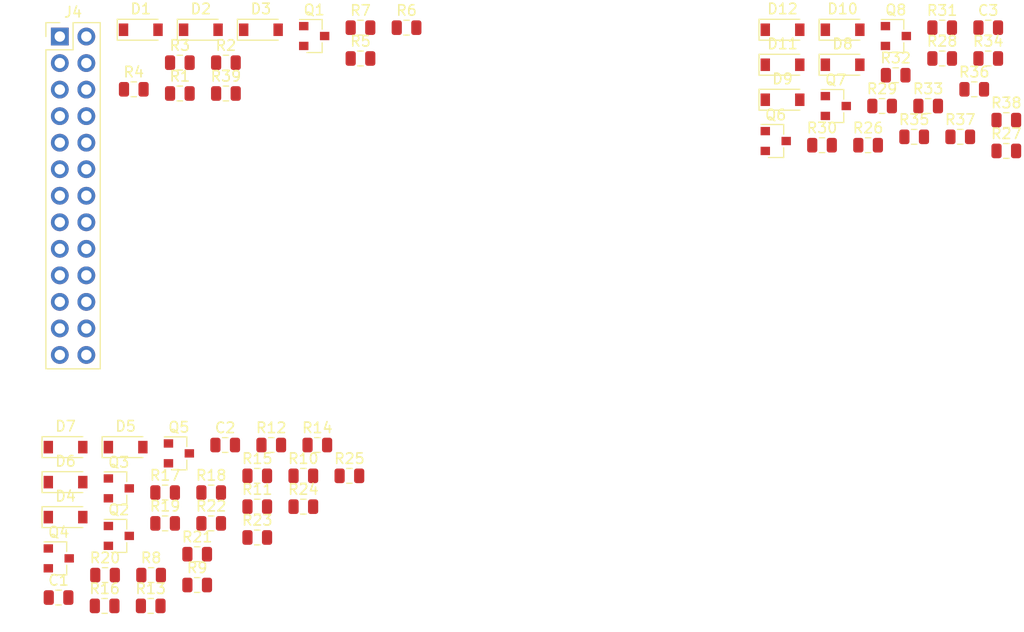
<source format=kicad_pcb>
(kicad_pcb (version 20171130) (host pcbnew "(5.1.6)-1")

  (general
    (thickness 1.6)
    (drawings 0)
    (tracks 0)
    (zones 0)
    (modules 63)
    (nets 56)
  )

  (page A4)
  (layers
    (0 F.Cu signal)
    (31 B.Cu signal)
    (32 B.Adhes user)
    (33 F.Adhes user)
    (34 B.Paste user)
    (35 F.Paste user)
    (36 B.SilkS user)
    (37 F.SilkS user)
    (38 B.Mask user)
    (39 F.Mask user)
    (40 Dwgs.User user)
    (41 Cmts.User user)
    (42 Eco1.User user)
    (43 Eco2.User user)
    (44 Edge.Cuts user)
    (45 Margin user)
    (46 B.CrtYd user)
    (47 F.CrtYd user)
    (48 B.Fab user)
    (49 F.Fab user)
  )

  (setup
    (last_trace_width 0.25)
    (trace_clearance 0.2)
    (zone_clearance 0.508)
    (zone_45_only no)
    (trace_min 0.2)
    (via_size 0.8)
    (via_drill 0.4)
    (via_min_size 0.4)
    (via_min_drill 0.3)
    (uvia_size 0.3)
    (uvia_drill 0.1)
    (uvias_allowed no)
    (uvia_min_size 0.2)
    (uvia_min_drill 0.1)
    (edge_width 0.05)
    (segment_width 0.2)
    (pcb_text_width 0.3)
    (pcb_text_size 1.5 1.5)
    (mod_edge_width 0.12)
    (mod_text_size 1 1)
    (mod_text_width 0.15)
    (pad_size 1.524 1.524)
    (pad_drill 0.762)
    (pad_to_mask_clearance 0.05)
    (aux_axis_origin 0 0)
    (visible_elements FFFFFF7F)
    (pcbplotparams
      (layerselection 0x010fc_ffffffff)
      (usegerberextensions false)
      (usegerberattributes true)
      (usegerberadvancedattributes true)
      (creategerberjobfile true)
      (excludeedgelayer true)
      (linewidth 0.100000)
      (plotframeref false)
      (viasonmask false)
      (mode 1)
      (useauxorigin false)
      (hpglpennumber 1)
      (hpglpenspeed 20)
      (hpglpendiameter 15.000000)
      (psnegative false)
      (psa4output false)
      (plotreference true)
      (plotvalue true)
      (plotinvisibletext false)
      (padsonsilk false)
      (subtractmaskfromsilk false)
      (outputformat 1)
      (mirror false)
      (drillshape 1)
      (scaleselection 1)
      (outputdirectory ""))
  )

  (net 0 "")
  (net 1 "Net-(C1-Pad2)")
  (net 2 "Net-(C1-Pad1)")
  (net 3 "Net-(C2-Pad2)")
  (net 4 "Net-(C2-Pad1)")
  (net 5 "Net-(C3-Pad2)")
  (net 6 "Net-(C3-Pad1)")
  (net 7 "Net-(D1-Pad2)")
  (net 8 "Net-(D1-Pad1)")
  (net 9 GND)
  (net 10 "Net-(D2-Pad1)")
  (net 11 "Net-(D3-Pad2)")
  (net 12 /ECU_COOLANTTEMP)
  (net 13 "Net-(D4-Pad2)")
  (net 14 "Net-(D4-Pad1)")
  (net 15 "Net-(D5-Pad2)")
  (net 16 "Net-(D6-Pad2)")
  (net 17 "Net-(D6-Pad1)")
  (net 18 "Net-(D7-Pad2)")
  (net 19 "Net-(D8-Pad2)")
  (net 20 "Net-(D8-Pad1)")
  (net 21 "Net-(D9-Pad2)")
  (net 22 "Net-(D10-Pad2)")
  (net 23 /ECU_TPSIDLE)
  (net 24 "Net-(D12-Pad2)")
  (net 25 "Net-(J4-Pad26)")
  (net 26 "Net-(J4-Pad25)")
  (net 27 +12V)
  (net 28 /ECU_TRIGGERGROUP3)
  (net 29 /ECU_TRIGGERGROUP1)
  (net 30 /ECU_TPSACCEL2)
  (net 31 "Net-(J4-Pad19)")
  (net 32 /ECU_COLDSTARTRELAY)
  (net 33 "Net-(J4-Pad15)")
  (net 34 /ECU_TRIGGERGROUP4)
  (net 35 /ECU_TRIGGERGROUP2)
  (net 36 "Net-(J4-Pad10)")
  (net 37 /ECU_TPSACCEL1)
  (net 38 "Net-(J4-Pad8)")
  (net 39 "Net-(J4-Pad7)")
  (net 40 "Net-(J4-Pad6)")
  (net 41 "Net-(J4-Pad5)")
  (net 42 "Net-(J4-Pad4)")
  (net 43 "Net-(J4-Pad3)")
  (net 44 /ECU_TPSWOT)
  (net 45 /ECU_AIRTEMP)
  (net 46 +10V)
  (net 47 "Net-(Q1-Pad1)")
  (net 48 "Net-(Q3-Pad3)")
  (net 49 "Net-(Q4-Pad3)")
  (net 50 "Net-(Q5-Pad3)")
  (net 51 "Net-(Q6-Pad3)")
  (net 52 "Net-(Q7-Pad3)")
  (net 53 "Net-(Q8-Pad2)")
  (net 54 "Net-(Q8-Pad1)")
  (net 55 "Net-(R1-Pad2)")

  (net_class Default "This is the default net class."
    (clearance 0.2)
    (trace_width 0.25)
    (via_dia 0.8)
    (via_drill 0.4)
    (uvia_dia 0.3)
    (uvia_drill 0.1)
    (add_net +10V)
    (add_net +12V)
    (add_net /ECU_AIRTEMP)
    (add_net /ECU_COLDSTARTRELAY)
    (add_net /ECU_COOLANTTEMP)
    (add_net /ECU_TPSACCEL1)
    (add_net /ECU_TPSACCEL2)
    (add_net /ECU_TPSIDLE)
    (add_net /ECU_TPSWOT)
    (add_net /ECU_TRIGGERGROUP1)
    (add_net /ECU_TRIGGERGROUP2)
    (add_net /ECU_TRIGGERGROUP3)
    (add_net /ECU_TRIGGERGROUP4)
    (add_net GND)
    (add_net "Net-(C1-Pad1)")
    (add_net "Net-(C1-Pad2)")
    (add_net "Net-(C2-Pad1)")
    (add_net "Net-(C2-Pad2)")
    (add_net "Net-(C3-Pad1)")
    (add_net "Net-(C3-Pad2)")
    (add_net "Net-(D1-Pad1)")
    (add_net "Net-(D1-Pad2)")
    (add_net "Net-(D10-Pad2)")
    (add_net "Net-(D12-Pad2)")
    (add_net "Net-(D2-Pad1)")
    (add_net "Net-(D3-Pad2)")
    (add_net "Net-(D4-Pad1)")
    (add_net "Net-(D4-Pad2)")
    (add_net "Net-(D5-Pad2)")
    (add_net "Net-(D6-Pad1)")
    (add_net "Net-(D6-Pad2)")
    (add_net "Net-(D7-Pad2)")
    (add_net "Net-(D8-Pad1)")
    (add_net "Net-(D8-Pad2)")
    (add_net "Net-(D9-Pad2)")
    (add_net "Net-(J4-Pad10)")
    (add_net "Net-(J4-Pad15)")
    (add_net "Net-(J4-Pad19)")
    (add_net "Net-(J4-Pad25)")
    (add_net "Net-(J4-Pad26)")
    (add_net "Net-(J4-Pad3)")
    (add_net "Net-(J4-Pad4)")
    (add_net "Net-(J4-Pad5)")
    (add_net "Net-(J4-Pad6)")
    (add_net "Net-(J4-Pad7)")
    (add_net "Net-(J4-Pad8)")
    (add_net "Net-(Q1-Pad1)")
    (add_net "Net-(Q3-Pad3)")
    (add_net "Net-(Q4-Pad3)")
    (add_net "Net-(Q5-Pad3)")
    (add_net "Net-(Q6-Pad3)")
    (add_net "Net-(Q7-Pad3)")
    (add_net "Net-(Q8-Pad1)")
    (add_net "Net-(Q8-Pad2)")
    (add_net "Net-(R1-Pad2)")
  )

  (module Resistor_SMD:R_0805_2012Metric (layer F.Cu) (tedit 5B36C52B) (tstamp 604F5B4D)
    (at 136.416 65.796)
    (descr "Resistor SMD 0805 (2012 Metric), square (rectangular) end terminal, IPC_7351 nominal, (Body size source: https://docs.google.com/spreadsheets/d/1BsfQQcO9C6DZCsRaXUlFlo91Tg2WpOkGARC1WS5S8t0/edit?usp=sharing), generated with kicad-footprint-generator")
    (tags resistor)
    (path /604A3359)
    (attr smd)
    (fp_text reference R39 (at 0 -1.65) (layer F.SilkS)
      (effects (font (size 1 1) (thickness 0.15)))
    )
    (fp_text value 1k3 (at 0 1.65) (layer F.Fab)
      (effects (font (size 1 1) (thickness 0.15)))
    )
    (fp_text user %R (at 0 0) (layer F.Fab)
      (effects (font (size 0.5 0.5) (thickness 0.08)))
    )
    (fp_line (start -1 0.6) (end -1 -0.6) (layer F.Fab) (width 0.1))
    (fp_line (start -1 -0.6) (end 1 -0.6) (layer F.Fab) (width 0.1))
    (fp_line (start 1 -0.6) (end 1 0.6) (layer F.Fab) (width 0.1))
    (fp_line (start 1 0.6) (end -1 0.6) (layer F.Fab) (width 0.1))
    (fp_line (start -0.258578 -0.71) (end 0.258578 -0.71) (layer F.SilkS) (width 0.12))
    (fp_line (start -0.258578 0.71) (end 0.258578 0.71) (layer F.SilkS) (width 0.12))
    (fp_line (start -1.68 0.95) (end -1.68 -0.95) (layer F.CrtYd) (width 0.05))
    (fp_line (start -1.68 -0.95) (end 1.68 -0.95) (layer F.CrtYd) (width 0.05))
    (fp_line (start 1.68 -0.95) (end 1.68 0.95) (layer F.CrtYd) (width 0.05))
    (fp_line (start 1.68 0.95) (end -1.68 0.95) (layer F.CrtYd) (width 0.05))
    (pad 2 smd roundrect (at 0.9375 0) (size 0.975 1.4) (layers F.Cu F.Paste F.Mask) (roundrect_rratio 0.25)
      (net 9 GND))
    (pad 1 smd roundrect (at -0.9375 0) (size 0.975 1.4) (layers F.Cu F.Paste F.Mask) (roundrect_rratio 0.25)
      (net 32 /ECU_COLDSTARTRELAY))
    (model ${KISYS3DMOD}/Resistor_SMD.3dshapes/R_0805_2012Metric.wrl
      (at (xyz 0 0 0))
      (scale (xyz 1 1 1))
      (rotate (xyz 0 0 0))
    )
  )

  (module Resistor_SMD:R_0805_2012Metric (layer F.Cu) (tedit 5B36C52B) (tstamp 604F5B3C)
    (at 211.116 68.346)
    (descr "Resistor SMD 0805 (2012 Metric), square (rectangular) end terminal, IPC_7351 nominal, (Body size source: https://docs.google.com/spreadsheets/d/1BsfQQcO9C6DZCsRaXUlFlo91Tg2WpOkGARC1WS5S8t0/edit?usp=sharing), generated with kicad-footprint-generator")
    (tags resistor)
    (path /604A55C0/604D4243)
    (attr smd)
    (fp_text reference R38 (at 0 -1.65) (layer F.SilkS)
      (effects (font (size 1 1) (thickness 0.15)))
    )
    (fp_text value 6k2 (at 0 1.65) (layer F.Fab)
      (effects (font (size 1 1) (thickness 0.15)))
    )
    (fp_text user %R (at 0 0) (layer F.Fab)
      (effects (font (size 0.5 0.5) (thickness 0.08)))
    )
    (fp_line (start -1 0.6) (end -1 -0.6) (layer F.Fab) (width 0.1))
    (fp_line (start -1 -0.6) (end 1 -0.6) (layer F.Fab) (width 0.1))
    (fp_line (start 1 -0.6) (end 1 0.6) (layer F.Fab) (width 0.1))
    (fp_line (start 1 0.6) (end -1 0.6) (layer F.Fab) (width 0.1))
    (fp_line (start -0.258578 -0.71) (end 0.258578 -0.71) (layer F.SilkS) (width 0.12))
    (fp_line (start -0.258578 0.71) (end 0.258578 0.71) (layer F.SilkS) (width 0.12))
    (fp_line (start -1.68 0.95) (end -1.68 -0.95) (layer F.CrtYd) (width 0.05))
    (fp_line (start -1.68 -0.95) (end 1.68 -0.95) (layer F.CrtYd) (width 0.05))
    (fp_line (start 1.68 -0.95) (end 1.68 0.95) (layer F.CrtYd) (width 0.05))
    (fp_line (start 1.68 0.95) (end -1.68 0.95) (layer F.CrtYd) (width 0.05))
    (pad 2 smd roundrect (at 0.9375 0) (size 0.975 1.4) (layers F.Cu F.Paste F.Mask) (roundrect_rratio 0.25)
      (net 9 GND))
    (pad 1 smd roundrect (at -0.9375 0) (size 0.975 1.4) (layers F.Cu F.Paste F.Mask) (roundrect_rratio 0.25)
      (net 53 "Net-(Q8-Pad2)"))
    (model ${KISYS3DMOD}/Resistor_SMD.3dshapes/R_0805_2012Metric.wrl
      (at (xyz 0 0 0))
      (scale (xyz 1 1 1))
      (rotate (xyz 0 0 0))
    )
  )

  (module Resistor_SMD:R_0805_2012Metric (layer F.Cu) (tedit 5B36C52B) (tstamp 604F5B2B)
    (at 206.706 69.946)
    (descr "Resistor SMD 0805 (2012 Metric), square (rectangular) end terminal, IPC_7351 nominal, (Body size source: https://docs.google.com/spreadsheets/d/1BsfQQcO9C6DZCsRaXUlFlo91Tg2WpOkGARC1WS5S8t0/edit?usp=sharing), generated with kicad-footprint-generator")
    (tags resistor)
    (path /604A55C0/604CFC45)
    (attr smd)
    (fp_text reference R37 (at 0 -1.65) (layer F.SilkS)
      (effects (font (size 1 1) (thickness 0.15)))
    )
    (fp_text value 22k (at 0 1.65) (layer F.Fab)
      (effects (font (size 1 1) (thickness 0.15)))
    )
    (fp_text user %R (at 0 0) (layer F.Fab)
      (effects (font (size 0.5 0.5) (thickness 0.08)))
    )
    (fp_line (start -1 0.6) (end -1 -0.6) (layer F.Fab) (width 0.1))
    (fp_line (start -1 -0.6) (end 1 -0.6) (layer F.Fab) (width 0.1))
    (fp_line (start 1 -0.6) (end 1 0.6) (layer F.Fab) (width 0.1))
    (fp_line (start 1 0.6) (end -1 0.6) (layer F.Fab) (width 0.1))
    (fp_line (start -0.258578 -0.71) (end 0.258578 -0.71) (layer F.SilkS) (width 0.12))
    (fp_line (start -0.258578 0.71) (end 0.258578 0.71) (layer F.SilkS) (width 0.12))
    (fp_line (start -1.68 0.95) (end -1.68 -0.95) (layer F.CrtYd) (width 0.05))
    (fp_line (start -1.68 -0.95) (end 1.68 -0.95) (layer F.CrtYd) (width 0.05))
    (fp_line (start 1.68 -0.95) (end 1.68 0.95) (layer F.CrtYd) (width 0.05))
    (fp_line (start 1.68 0.95) (end -1.68 0.95) (layer F.CrtYd) (width 0.05))
    (pad 2 smd roundrect (at 0.9375 0) (size 0.975 1.4) (layers F.Cu F.Paste F.Mask) (roundrect_rratio 0.25)
      (net 54 "Net-(Q8-Pad1)"))
    (pad 1 smd roundrect (at -0.9375 0) (size 0.975 1.4) (layers F.Cu F.Paste F.Mask) (roundrect_rratio 0.25)
      (net 46 +10V))
    (model ${KISYS3DMOD}/Resistor_SMD.3dshapes/R_0805_2012Metric.wrl
      (at (xyz 0 0 0))
      (scale (xyz 1 1 1))
      (rotate (xyz 0 0 0))
    )
  )

  (module Resistor_SMD:R_0805_2012Metric (layer F.Cu) (tedit 5B36C52B) (tstamp 604F5B1A)
    (at 208.046 65.396)
    (descr "Resistor SMD 0805 (2012 Metric), square (rectangular) end terminal, IPC_7351 nominal, (Body size source: https://docs.google.com/spreadsheets/d/1BsfQQcO9C6DZCsRaXUlFlo91Tg2WpOkGARC1WS5S8t0/edit?usp=sharing), generated with kicad-footprint-generator")
    (tags resistor)
    (path /604A55C0/604DCE0A)
    (attr smd)
    (fp_text reference R36 (at 0 -1.65) (layer F.SilkS)
      (effects (font (size 1 1) (thickness 0.15)))
    )
    (fp_text value 5k1 (at 0 1.65) (layer F.Fab)
      (effects (font (size 1 1) (thickness 0.15)))
    )
    (fp_text user %R (at 0 0) (layer F.Fab)
      (effects (font (size 0.5 0.5) (thickness 0.08)))
    )
    (fp_line (start -1 0.6) (end -1 -0.6) (layer F.Fab) (width 0.1))
    (fp_line (start -1 -0.6) (end 1 -0.6) (layer F.Fab) (width 0.1))
    (fp_line (start 1 -0.6) (end 1 0.6) (layer F.Fab) (width 0.1))
    (fp_line (start 1 0.6) (end -1 0.6) (layer F.Fab) (width 0.1))
    (fp_line (start -0.258578 -0.71) (end 0.258578 -0.71) (layer F.SilkS) (width 0.12))
    (fp_line (start -0.258578 0.71) (end 0.258578 0.71) (layer F.SilkS) (width 0.12))
    (fp_line (start -1.68 0.95) (end -1.68 -0.95) (layer F.CrtYd) (width 0.05))
    (fp_line (start -1.68 -0.95) (end 1.68 -0.95) (layer F.CrtYd) (width 0.05))
    (fp_line (start 1.68 -0.95) (end 1.68 0.95) (layer F.CrtYd) (width 0.05))
    (fp_line (start 1.68 0.95) (end -1.68 0.95) (layer F.CrtYd) (width 0.05))
    (pad 2 smd roundrect (at 0.9375 0) (size 0.975 1.4) (layers F.Cu F.Paste F.Mask) (roundrect_rratio 0.25)
      (net 44 /ECU_TPSWOT))
    (pad 1 smd roundrect (at -0.9375 0) (size 0.975 1.4) (layers F.Cu F.Paste F.Mask) (roundrect_rratio 0.25)
      (net 46 +10V))
    (model ${KISYS3DMOD}/Resistor_SMD.3dshapes/R_0805_2012Metric.wrl
      (at (xyz 0 0 0))
      (scale (xyz 1 1 1))
      (rotate (xyz 0 0 0))
    )
  )

  (module Resistor_SMD:R_0805_2012Metric (layer F.Cu) (tedit 5B36C52B) (tstamp 604F5B09)
    (at 202.296 69.946)
    (descr "Resistor SMD 0805 (2012 Metric), square (rectangular) end terminal, IPC_7351 nominal, (Body size source: https://docs.google.com/spreadsheets/d/1BsfQQcO9C6DZCsRaXUlFlo91Tg2WpOkGARC1WS5S8t0/edit?usp=sharing), generated with kicad-footprint-generator")
    (tags resistor)
    (path /604A55C0/604CCFE1)
    (attr smd)
    (fp_text reference R35 (at 0 -1.65) (layer F.SilkS)
      (effects (font (size 1 1) (thickness 0.15)))
    )
    (fp_text value 47k (at 0 1.65) (layer F.Fab)
      (effects (font (size 1 1) (thickness 0.15)))
    )
    (fp_text user %R (at 0 0) (layer F.Fab)
      (effects (font (size 0.5 0.5) (thickness 0.08)))
    )
    (fp_line (start -1 0.6) (end -1 -0.6) (layer F.Fab) (width 0.1))
    (fp_line (start -1 -0.6) (end 1 -0.6) (layer F.Fab) (width 0.1))
    (fp_line (start 1 -0.6) (end 1 0.6) (layer F.Fab) (width 0.1))
    (fp_line (start 1 0.6) (end -1 0.6) (layer F.Fab) (width 0.1))
    (fp_line (start -0.258578 -0.71) (end 0.258578 -0.71) (layer F.SilkS) (width 0.12))
    (fp_line (start -0.258578 0.71) (end 0.258578 0.71) (layer F.SilkS) (width 0.12))
    (fp_line (start -1.68 0.95) (end -1.68 -0.95) (layer F.CrtYd) (width 0.05))
    (fp_line (start -1.68 -0.95) (end 1.68 -0.95) (layer F.CrtYd) (width 0.05))
    (fp_line (start 1.68 -0.95) (end 1.68 0.95) (layer F.CrtYd) (width 0.05))
    (fp_line (start 1.68 0.95) (end -1.68 0.95) (layer F.CrtYd) (width 0.05))
    (pad 2 smd roundrect (at 0.9375 0) (size 0.975 1.4) (layers F.Cu F.Paste F.Mask) (roundrect_rratio 0.25)
      (net 54 "Net-(Q8-Pad1)"))
    (pad 1 smd roundrect (at -0.9375 0) (size 0.975 1.4) (layers F.Cu F.Paste F.Mask) (roundrect_rratio 0.25)
      (net 24 "Net-(D12-Pad2)"))
    (model ${KISYS3DMOD}/Resistor_SMD.3dshapes/R_0805_2012Metric.wrl
      (at (xyz 0 0 0))
      (scale (xyz 1 1 1))
      (rotate (xyz 0 0 0))
    )
  )

  (module Resistor_SMD:R_0805_2012Metric (layer F.Cu) (tedit 5B36C52B) (tstamp 604F5AF8)
    (at 209.386 62.446)
    (descr "Resistor SMD 0805 (2012 Metric), square (rectangular) end terminal, IPC_7351 nominal, (Body size source: https://docs.google.com/spreadsheets/d/1BsfQQcO9C6DZCsRaXUlFlo91Tg2WpOkGARC1WS5S8t0/edit?usp=sharing), generated with kicad-footprint-generator")
    (tags resistor)
    (path /604A55C0/604AAF3F)
    (attr smd)
    (fp_text reference R34 (at 0 -1.65) (layer F.SilkS)
      (effects (font (size 1 1) (thickness 0.15)))
    )
    (fp_text value 1k8 (at 0 1.65) (layer F.Fab)
      (effects (font (size 1 1) (thickness 0.15)))
    )
    (fp_text user %R (at 0 0) (layer F.Fab)
      (effects (font (size 0.5 0.5) (thickness 0.08)))
    )
    (fp_line (start -1 0.6) (end -1 -0.6) (layer F.Fab) (width 0.1))
    (fp_line (start -1 -0.6) (end 1 -0.6) (layer F.Fab) (width 0.1))
    (fp_line (start 1 -0.6) (end 1 0.6) (layer F.Fab) (width 0.1))
    (fp_line (start 1 0.6) (end -1 0.6) (layer F.Fab) (width 0.1))
    (fp_line (start -0.258578 -0.71) (end 0.258578 -0.71) (layer F.SilkS) (width 0.12))
    (fp_line (start -0.258578 0.71) (end 0.258578 0.71) (layer F.SilkS) (width 0.12))
    (fp_line (start -1.68 0.95) (end -1.68 -0.95) (layer F.CrtYd) (width 0.05))
    (fp_line (start -1.68 -0.95) (end 1.68 -0.95) (layer F.CrtYd) (width 0.05))
    (fp_line (start 1.68 -0.95) (end 1.68 0.95) (layer F.CrtYd) (width 0.05))
    (fp_line (start 1.68 0.95) (end -1.68 0.95) (layer F.CrtYd) (width 0.05))
    (pad 2 smd roundrect (at 0.9375 0) (size 0.975 1.4) (layers F.Cu F.Paste F.Mask) (roundrect_rratio 0.25)
      (net 52 "Net-(Q7-Pad3)"))
    (pad 1 smd roundrect (at -0.9375 0) (size 0.975 1.4) (layers F.Cu F.Paste F.Mask) (roundrect_rratio 0.25)
      (net 27 +12V))
    (model ${KISYS3DMOD}/Resistor_SMD.3dshapes/R_0805_2012Metric.wrl
      (at (xyz 0 0 0))
      (scale (xyz 1 1 1))
      (rotate (xyz 0 0 0))
    )
  )

  (module Resistor_SMD:R_0805_2012Metric (layer F.Cu) (tedit 5B36C52B) (tstamp 604F5AE7)
    (at 203.636 66.996)
    (descr "Resistor SMD 0805 (2012 Metric), square (rectangular) end terminal, IPC_7351 nominal, (Body size source: https://docs.google.com/spreadsheets/d/1BsfQQcO9C6DZCsRaXUlFlo91Tg2WpOkGARC1WS5S8t0/edit?usp=sharing), generated with kicad-footprint-generator")
    (tags resistor)
    (path /604A55C0/604AAEFE)
    (attr smd)
    (fp_text reference R33 (at 0 -1.65) (layer F.SilkS)
      (effects (font (size 1 1) (thickness 0.15)))
    )
    (fp_text value 1k8 (at 0 1.65) (layer F.Fab)
      (effects (font (size 1 1) (thickness 0.15)))
    )
    (fp_text user %R (at 0 0) (layer F.Fab)
      (effects (font (size 0.5 0.5) (thickness 0.08)))
    )
    (fp_line (start -1 0.6) (end -1 -0.6) (layer F.Fab) (width 0.1))
    (fp_line (start -1 -0.6) (end 1 -0.6) (layer F.Fab) (width 0.1))
    (fp_line (start 1 -0.6) (end 1 0.6) (layer F.Fab) (width 0.1))
    (fp_line (start 1 0.6) (end -1 0.6) (layer F.Fab) (width 0.1))
    (fp_line (start -0.258578 -0.71) (end 0.258578 -0.71) (layer F.SilkS) (width 0.12))
    (fp_line (start -0.258578 0.71) (end 0.258578 0.71) (layer F.SilkS) (width 0.12))
    (fp_line (start -1.68 0.95) (end -1.68 -0.95) (layer F.CrtYd) (width 0.05))
    (fp_line (start -1.68 -0.95) (end 1.68 -0.95) (layer F.CrtYd) (width 0.05))
    (fp_line (start 1.68 -0.95) (end 1.68 0.95) (layer F.CrtYd) (width 0.05))
    (fp_line (start 1.68 0.95) (end -1.68 0.95) (layer F.CrtYd) (width 0.05))
    (pad 2 smd roundrect (at 0.9375 0) (size 0.975 1.4) (layers F.Cu F.Paste F.Mask) (roundrect_rratio 0.25)
      (net 51 "Net-(Q6-Pad3)"))
    (pad 1 smd roundrect (at -0.9375 0) (size 0.975 1.4) (layers F.Cu F.Paste F.Mask) (roundrect_rratio 0.25)
      (net 27 +12V))
    (model ${KISYS3DMOD}/Resistor_SMD.3dshapes/R_0805_2012Metric.wrl
      (at (xyz 0 0 0))
      (scale (xyz 1 1 1))
      (rotate (xyz 0 0 0))
    )
  )

  (module Resistor_SMD:R_0805_2012Metric (layer F.Cu) (tedit 5B36C52B) (tstamp 604F5AD6)
    (at 200.526 64.046)
    (descr "Resistor SMD 0805 (2012 Metric), square (rectangular) end terminal, IPC_7351 nominal, (Body size source: https://docs.google.com/spreadsheets/d/1BsfQQcO9C6DZCsRaXUlFlo91Tg2WpOkGARC1WS5S8t0/edit?usp=sharing), generated with kicad-footprint-generator")
    (tags resistor)
    (path /604A55C0/604AAF19)
    (attr smd)
    (fp_text reference R32 (at 0 -1.65) (layer F.SilkS)
      (effects (font (size 1 1) (thickness 0.15)))
    )
    (fp_text value 300 (at 0 1.65) (layer F.Fab)
      (effects (font (size 1 1) (thickness 0.15)))
    )
    (fp_text user %R (at 0 0) (layer F.Fab)
      (effects (font (size 0.5 0.5) (thickness 0.08)))
    )
    (fp_line (start -1 0.6) (end -1 -0.6) (layer F.Fab) (width 0.1))
    (fp_line (start -1 -0.6) (end 1 -0.6) (layer F.Fab) (width 0.1))
    (fp_line (start 1 -0.6) (end 1 0.6) (layer F.Fab) (width 0.1))
    (fp_line (start 1 0.6) (end -1 0.6) (layer F.Fab) (width 0.1))
    (fp_line (start -0.258578 -0.71) (end 0.258578 -0.71) (layer F.SilkS) (width 0.12))
    (fp_line (start -0.258578 0.71) (end 0.258578 0.71) (layer F.SilkS) (width 0.12))
    (fp_line (start -1.68 0.95) (end -1.68 -0.95) (layer F.CrtYd) (width 0.05))
    (fp_line (start -1.68 -0.95) (end 1.68 -0.95) (layer F.CrtYd) (width 0.05))
    (fp_line (start 1.68 -0.95) (end 1.68 0.95) (layer F.CrtYd) (width 0.05))
    (fp_line (start 1.68 0.95) (end -1.68 0.95) (layer F.CrtYd) (width 0.05))
    (pad 2 smd roundrect (at 0.9375 0) (size 0.975 1.4) (layers F.Cu F.Paste F.Mask) (roundrect_rratio 0.25)
      (net 6 "Net-(C3-Pad1)"))
    (pad 1 smd roundrect (at -0.9375 0) (size 0.975 1.4) (layers F.Cu F.Paste F.Mask) (roundrect_rratio 0.25)
      (net 20 "Net-(D8-Pad1)"))
    (model ${KISYS3DMOD}/Resistor_SMD.3dshapes/R_0805_2012Metric.wrl
      (at (xyz 0 0 0))
      (scale (xyz 1 1 1))
      (rotate (xyz 0 0 0))
    )
  )

  (module Resistor_SMD:R_0805_2012Metric (layer F.Cu) (tedit 5B36C52B) (tstamp 604F5AC5)
    (at 204.976 59.496)
    (descr "Resistor SMD 0805 (2012 Metric), square (rectangular) end terminal, IPC_7351 nominal, (Body size source: https://docs.google.com/spreadsheets/d/1BsfQQcO9C6DZCsRaXUlFlo91Tg2WpOkGARC1WS5S8t0/edit?usp=sharing), generated with kicad-footprint-generator")
    (tags resistor)
    (path /604A55C0/604AAF4E)
    (attr smd)
    (fp_text reference R31 (at 0 -1.65) (layer F.SilkS)
      (effects (font (size 1 1) (thickness 0.15)))
    )
    (fp_text value 180k (at 0 1.65) (layer F.Fab)
      (effects (font (size 1 1) (thickness 0.15)))
    )
    (fp_text user %R (at 0 0) (layer F.Fab)
      (effects (font (size 0.5 0.5) (thickness 0.08)))
    )
    (fp_line (start -1 0.6) (end -1 -0.6) (layer F.Fab) (width 0.1))
    (fp_line (start -1 -0.6) (end 1 -0.6) (layer F.Fab) (width 0.1))
    (fp_line (start 1 -0.6) (end 1 0.6) (layer F.Fab) (width 0.1))
    (fp_line (start 1 0.6) (end -1 0.6) (layer F.Fab) (width 0.1))
    (fp_line (start -0.258578 -0.71) (end 0.258578 -0.71) (layer F.SilkS) (width 0.12))
    (fp_line (start -0.258578 0.71) (end 0.258578 0.71) (layer F.SilkS) (width 0.12))
    (fp_line (start -1.68 0.95) (end -1.68 -0.95) (layer F.CrtYd) (width 0.05))
    (fp_line (start -1.68 -0.95) (end 1.68 -0.95) (layer F.CrtYd) (width 0.05))
    (fp_line (start 1.68 -0.95) (end 1.68 0.95) (layer F.CrtYd) (width 0.05))
    (fp_line (start 1.68 0.95) (end -1.68 0.95) (layer F.CrtYd) (width 0.05))
    (pad 2 smd roundrect (at 0.9375 0) (size 0.975 1.4) (layers F.Cu F.Paste F.Mask) (roundrect_rratio 0.25)
      (net 9 GND))
    (pad 1 smd roundrect (at -0.9375 0) (size 0.975 1.4) (layers F.Cu F.Paste F.Mask) (roundrect_rratio 0.25)
      (net 5 "Net-(C3-Pad2)"))
    (model ${KISYS3DMOD}/Resistor_SMD.3dshapes/R_0805_2012Metric.wrl
      (at (xyz 0 0 0))
      (scale (xyz 1 1 1))
      (rotate (xyz 0 0 0))
    )
  )

  (module Resistor_SMD:R_0805_2012Metric (layer F.Cu) (tedit 5B36C52B) (tstamp 604F5AB4)
    (at 193.476 70.746)
    (descr "Resistor SMD 0805 (2012 Metric), square (rectangular) end terminal, IPC_7351 nominal, (Body size source: https://docs.google.com/spreadsheets/d/1BsfQQcO9C6DZCsRaXUlFlo91Tg2WpOkGARC1WS5S8t0/edit?usp=sharing), generated with kicad-footprint-generator")
    (tags resistor)
    (path /604A55C0/604AAF0D)
    (attr smd)
    (fp_text reference R30 (at 0 -1.65) (layer F.SilkS)
      (effects (font (size 1 1) (thickness 0.15)))
    )
    (fp_text value 180k (at 0 1.65) (layer F.Fab)
      (effects (font (size 1 1) (thickness 0.15)))
    )
    (fp_text user %R (at 0 0) (layer F.Fab)
      (effects (font (size 0.5 0.5) (thickness 0.08)))
    )
    (fp_line (start -1 0.6) (end -1 -0.6) (layer F.Fab) (width 0.1))
    (fp_line (start -1 -0.6) (end 1 -0.6) (layer F.Fab) (width 0.1))
    (fp_line (start 1 -0.6) (end 1 0.6) (layer F.Fab) (width 0.1))
    (fp_line (start 1 0.6) (end -1 0.6) (layer F.Fab) (width 0.1))
    (fp_line (start -0.258578 -0.71) (end 0.258578 -0.71) (layer F.SilkS) (width 0.12))
    (fp_line (start -0.258578 0.71) (end 0.258578 0.71) (layer F.SilkS) (width 0.12))
    (fp_line (start -1.68 0.95) (end -1.68 -0.95) (layer F.CrtYd) (width 0.05))
    (fp_line (start -1.68 -0.95) (end 1.68 -0.95) (layer F.CrtYd) (width 0.05))
    (fp_line (start 1.68 -0.95) (end 1.68 0.95) (layer F.CrtYd) (width 0.05))
    (fp_line (start 1.68 0.95) (end -1.68 0.95) (layer F.CrtYd) (width 0.05))
    (pad 2 smd roundrect (at 0.9375 0) (size 0.975 1.4) (layers F.Cu F.Paste F.Mask) (roundrect_rratio 0.25)
      (net 9 GND))
    (pad 1 smd roundrect (at -0.9375 0) (size 0.975 1.4) (layers F.Cu F.Paste F.Mask) (roundrect_rratio 0.25)
      (net 20 "Net-(D8-Pad1)"))
    (model ${KISYS3DMOD}/Resistor_SMD.3dshapes/R_0805_2012Metric.wrl
      (at (xyz 0 0 0))
      (scale (xyz 1 1 1))
      (rotate (xyz 0 0 0))
    )
  )

  (module Resistor_SMD:R_0805_2012Metric (layer F.Cu) (tedit 5B36C52B) (tstamp 604F5AA3)
    (at 199.226 66.996)
    (descr "Resistor SMD 0805 (2012 Metric), square (rectangular) end terminal, IPC_7351 nominal, (Body size source: https://docs.google.com/spreadsheets/d/1BsfQQcO9C6DZCsRaXUlFlo91Tg2WpOkGARC1WS5S8t0/edit?usp=sharing), generated with kicad-footprint-generator")
    (tags resistor)
    (path /604A55C0/604AAF61)
    (attr smd)
    (fp_text reference R29 (at 0 -1.65) (layer F.SilkS)
      (effects (font (size 1 1) (thickness 0.15)))
    )
    (fp_text value 3k (at 0 1.65) (layer F.Fab)
      (effects (font (size 1 1) (thickness 0.15)))
    )
    (fp_text user %R (at 0 0) (layer F.Fab)
      (effects (font (size 0.5 0.5) (thickness 0.08)))
    )
    (fp_line (start -1 0.6) (end -1 -0.6) (layer F.Fab) (width 0.1))
    (fp_line (start -1 -0.6) (end 1 -0.6) (layer F.Fab) (width 0.1))
    (fp_line (start 1 -0.6) (end 1 0.6) (layer F.Fab) (width 0.1))
    (fp_line (start 1 0.6) (end -1 0.6) (layer F.Fab) (width 0.1))
    (fp_line (start -0.258578 -0.71) (end 0.258578 -0.71) (layer F.SilkS) (width 0.12))
    (fp_line (start -0.258578 0.71) (end 0.258578 0.71) (layer F.SilkS) (width 0.12))
    (fp_line (start -1.68 0.95) (end -1.68 -0.95) (layer F.CrtYd) (width 0.05))
    (fp_line (start -1.68 -0.95) (end 1.68 -0.95) (layer F.CrtYd) (width 0.05))
    (fp_line (start 1.68 -0.95) (end 1.68 0.95) (layer F.CrtYd) (width 0.05))
    (fp_line (start 1.68 0.95) (end -1.68 0.95) (layer F.CrtYd) (width 0.05))
    (pad 2 smd roundrect (at 0.9375 0) (size 0.975 1.4) (layers F.Cu F.Paste F.Mask) (roundrect_rratio 0.25)
      (net 37 /ECU_TPSACCEL1))
    (pad 1 smd roundrect (at -0.9375 0) (size 0.975 1.4) (layers F.Cu F.Paste F.Mask) (roundrect_rratio 0.25)
      (net 21 "Net-(D9-Pad2)"))
    (model ${KISYS3DMOD}/Resistor_SMD.3dshapes/R_0805_2012Metric.wrl
      (at (xyz 0 0 0))
      (scale (xyz 1 1 1))
      (rotate (xyz 0 0 0))
    )
  )

  (module Resistor_SMD:R_0805_2012Metric (layer F.Cu) (tedit 5B36C52B) (tstamp 604F5A92)
    (at 204.976 62.446)
    (descr "Resistor SMD 0805 (2012 Metric), square (rectangular) end terminal, IPC_7351 nominal, (Body size source: https://docs.google.com/spreadsheets/d/1BsfQQcO9C6DZCsRaXUlFlo91Tg2WpOkGARC1WS5S8t0/edit?usp=sharing), generated with kicad-footprint-generator")
    (tags resistor)
    (path /604A55C0/604AAF75)
    (attr smd)
    (fp_text reference R28 (at 0 -1.65) (layer F.SilkS)
      (effects (font (size 1 1) (thickness 0.15)))
    )
    (fp_text value 10k (at 0 1.65) (layer F.Fab)
      (effects (font (size 1 1) (thickness 0.15)))
    )
    (fp_text user %R (at 0 0) (layer F.Fab)
      (effects (font (size 0.5 0.5) (thickness 0.08)))
    )
    (fp_line (start -1 0.6) (end -1 -0.6) (layer F.Fab) (width 0.1))
    (fp_line (start -1 -0.6) (end 1 -0.6) (layer F.Fab) (width 0.1))
    (fp_line (start 1 -0.6) (end 1 0.6) (layer F.Fab) (width 0.1))
    (fp_line (start 1 0.6) (end -1 0.6) (layer F.Fab) (width 0.1))
    (fp_line (start -0.258578 -0.71) (end 0.258578 -0.71) (layer F.SilkS) (width 0.12))
    (fp_line (start -0.258578 0.71) (end 0.258578 0.71) (layer F.SilkS) (width 0.12))
    (fp_line (start -1.68 0.95) (end -1.68 -0.95) (layer F.CrtYd) (width 0.05))
    (fp_line (start -1.68 -0.95) (end 1.68 -0.95) (layer F.CrtYd) (width 0.05))
    (fp_line (start 1.68 -0.95) (end 1.68 0.95) (layer F.CrtYd) (width 0.05))
    (fp_line (start 1.68 0.95) (end -1.68 0.95) (layer F.CrtYd) (width 0.05))
    (pad 2 smd roundrect (at 0.9375 0) (size 0.975 1.4) (layers F.Cu F.Paste F.Mask) (roundrect_rratio 0.25)
      (net 37 /ECU_TPSACCEL1))
    (pad 1 smd roundrect (at -0.9375 0) (size 0.975 1.4) (layers F.Cu F.Paste F.Mask) (roundrect_rratio 0.25)
      (net 51 "Net-(Q6-Pad3)"))
    (model ${KISYS3DMOD}/Resistor_SMD.3dshapes/R_0805_2012Metric.wrl
      (at (xyz 0 0 0))
      (scale (xyz 1 1 1))
      (rotate (xyz 0 0 0))
    )
  )

  (module Resistor_SMD:R_0805_2012Metric (layer F.Cu) (tedit 5B36C52B) (tstamp 604F5A81)
    (at 211.116 71.296)
    (descr "Resistor SMD 0805 (2012 Metric), square (rectangular) end terminal, IPC_7351 nominal, (Body size source: https://docs.google.com/spreadsheets/d/1BsfQQcO9C6DZCsRaXUlFlo91Tg2WpOkGARC1WS5S8t0/edit?usp=sharing), generated with kicad-footprint-generator")
    (tags resistor)
    (path /604A55C0/604AAF82)
    (attr smd)
    (fp_text reference R27 (at 0 -1.65) (layer F.SilkS)
      (effects (font (size 1 1) (thickness 0.15)))
    )
    (fp_text value 10k (at 0 1.65) (layer F.Fab)
      (effects (font (size 1 1) (thickness 0.15)))
    )
    (fp_text user %R (at 0 0) (layer F.Fab)
      (effects (font (size 0.5 0.5) (thickness 0.08)))
    )
    (fp_line (start -1 0.6) (end -1 -0.6) (layer F.Fab) (width 0.1))
    (fp_line (start -1 -0.6) (end 1 -0.6) (layer F.Fab) (width 0.1))
    (fp_line (start 1 -0.6) (end 1 0.6) (layer F.Fab) (width 0.1))
    (fp_line (start 1 0.6) (end -1 0.6) (layer F.Fab) (width 0.1))
    (fp_line (start -0.258578 -0.71) (end 0.258578 -0.71) (layer F.SilkS) (width 0.12))
    (fp_line (start -0.258578 0.71) (end 0.258578 0.71) (layer F.SilkS) (width 0.12))
    (fp_line (start -1.68 0.95) (end -1.68 -0.95) (layer F.CrtYd) (width 0.05))
    (fp_line (start -1.68 -0.95) (end 1.68 -0.95) (layer F.CrtYd) (width 0.05))
    (fp_line (start 1.68 -0.95) (end 1.68 0.95) (layer F.CrtYd) (width 0.05))
    (fp_line (start 1.68 0.95) (end -1.68 0.95) (layer F.CrtYd) (width 0.05))
    (pad 2 smd roundrect (at 0.9375 0) (size 0.975 1.4) (layers F.Cu F.Paste F.Mask) (roundrect_rratio 0.25)
      (net 30 /ECU_TPSACCEL2))
    (pad 1 smd roundrect (at -0.9375 0) (size 0.975 1.4) (layers F.Cu F.Paste F.Mask) (roundrect_rratio 0.25)
      (net 52 "Net-(Q7-Pad3)"))
    (model ${KISYS3DMOD}/Resistor_SMD.3dshapes/R_0805_2012Metric.wrl
      (at (xyz 0 0 0))
      (scale (xyz 1 1 1))
      (rotate (xyz 0 0 0))
    )
  )

  (module Resistor_SMD:R_0805_2012Metric (layer F.Cu) (tedit 5B36C52B) (tstamp 604F5A70)
    (at 197.886 70.746)
    (descr "Resistor SMD 0805 (2012 Metric), square (rectangular) end terminal, IPC_7351 nominal, (Body size source: https://docs.google.com/spreadsheets/d/1BsfQQcO9C6DZCsRaXUlFlo91Tg2WpOkGARC1WS5S8t0/edit?usp=sharing), generated with kicad-footprint-generator")
    (tags resistor)
    (path /604A55C0/604AAF2A)
    (attr smd)
    (fp_text reference R26 (at 0 -1.65) (layer F.SilkS)
      (effects (font (size 1 1) (thickness 0.15)))
    )
    (fp_text value 3k (at 0 1.65) (layer F.Fab)
      (effects (font (size 1 1) (thickness 0.15)))
    )
    (fp_text user %R (at 0 0) (layer F.Fab)
      (effects (font (size 0.5 0.5) (thickness 0.08)))
    )
    (fp_line (start -1 0.6) (end -1 -0.6) (layer F.Fab) (width 0.1))
    (fp_line (start -1 -0.6) (end 1 -0.6) (layer F.Fab) (width 0.1))
    (fp_line (start 1 -0.6) (end 1 0.6) (layer F.Fab) (width 0.1))
    (fp_line (start 1 0.6) (end -1 0.6) (layer F.Fab) (width 0.1))
    (fp_line (start -0.258578 -0.71) (end 0.258578 -0.71) (layer F.SilkS) (width 0.12))
    (fp_line (start -0.258578 0.71) (end 0.258578 0.71) (layer F.SilkS) (width 0.12))
    (fp_line (start -1.68 0.95) (end -1.68 -0.95) (layer F.CrtYd) (width 0.05))
    (fp_line (start -1.68 -0.95) (end 1.68 -0.95) (layer F.CrtYd) (width 0.05))
    (fp_line (start 1.68 -0.95) (end 1.68 0.95) (layer F.CrtYd) (width 0.05))
    (fp_line (start 1.68 0.95) (end -1.68 0.95) (layer F.CrtYd) (width 0.05))
    (pad 2 smd roundrect (at 0.9375 0) (size 0.975 1.4) (layers F.Cu F.Paste F.Mask) (roundrect_rratio 0.25)
      (net 30 /ECU_TPSACCEL2))
    (pad 1 smd roundrect (at -0.9375 0) (size 0.975 1.4) (layers F.Cu F.Paste F.Mask) (roundrect_rratio 0.25)
      (net 19 "Net-(D8-Pad2)"))
    (model ${KISYS3DMOD}/Resistor_SMD.3dshapes/R_0805_2012Metric.wrl
      (at (xyz 0 0 0))
      (scale (xyz 1 1 1))
      (rotate (xyz 0 0 0))
    )
  )

  (module Resistor_SMD:R_0805_2012Metric (layer F.Cu) (tedit 5B36C52B) (tstamp 604F5A5F)
    (at 148.236 102.396)
    (descr "Resistor SMD 0805 (2012 Metric), square (rectangular) end terminal, IPC_7351 nominal, (Body size source: https://docs.google.com/spreadsheets/d/1BsfQQcO9C6DZCsRaXUlFlo91Tg2WpOkGARC1WS5S8t0/edit?usp=sharing), generated with kicad-footprint-generator")
    (tags resistor)
    (path /60469408/6048BF16)
    (attr smd)
    (fp_text reference R25 (at 0 -1.65) (layer F.SilkS)
      (effects (font (size 1 1) (thickness 0.15)))
    )
    (fp_text value 1k (at 0 1.65) (layer F.Fab)
      (effects (font (size 1 1) (thickness 0.15)))
    )
    (fp_text user %R (at 0 0) (layer F.Fab)
      (effects (font (size 0.5 0.5) (thickness 0.08)))
    )
    (fp_line (start -1 0.6) (end -1 -0.6) (layer F.Fab) (width 0.1))
    (fp_line (start -1 -0.6) (end 1 -0.6) (layer F.Fab) (width 0.1))
    (fp_line (start 1 -0.6) (end 1 0.6) (layer F.Fab) (width 0.1))
    (fp_line (start 1 0.6) (end -1 0.6) (layer F.Fab) (width 0.1))
    (fp_line (start -0.258578 -0.71) (end 0.258578 -0.71) (layer F.SilkS) (width 0.12))
    (fp_line (start -0.258578 0.71) (end 0.258578 0.71) (layer F.SilkS) (width 0.12))
    (fp_line (start -1.68 0.95) (end -1.68 -0.95) (layer F.CrtYd) (width 0.05))
    (fp_line (start -1.68 -0.95) (end 1.68 -0.95) (layer F.CrtYd) (width 0.05))
    (fp_line (start 1.68 -0.95) (end 1.68 0.95) (layer F.CrtYd) (width 0.05))
    (fp_line (start 1.68 0.95) (end -1.68 0.95) (layer F.CrtYd) (width 0.05))
    (pad 2 smd roundrect (at 0.9375 0) (size 0.975 1.4) (layers F.Cu F.Paste F.Mask) (roundrect_rratio 0.25)
      (net 50 "Net-(Q5-Pad3)"))
    (pad 1 smd roundrect (at -0.9375 0) (size 0.975 1.4) (layers F.Cu F.Paste F.Mask) (roundrect_rratio 0.25)
      (net 27 +12V))
    (model ${KISYS3DMOD}/Resistor_SMD.3dshapes/R_0805_2012Metric.wrl
      (at (xyz 0 0 0))
      (scale (xyz 1 1 1))
      (rotate (xyz 0 0 0))
    )
  )

  (module Resistor_SMD:R_0805_2012Metric (layer F.Cu) (tedit 5B36C52B) (tstamp 604F5A4E)
    (at 143.826 105.346)
    (descr "Resistor SMD 0805 (2012 Metric), square (rectangular) end terminal, IPC_7351 nominal, (Body size source: https://docs.google.com/spreadsheets/d/1BsfQQcO9C6DZCsRaXUlFlo91Tg2WpOkGARC1WS5S8t0/edit?usp=sharing), generated with kicad-footprint-generator")
    (tags resistor)
    (path /60469408/6048BED5)
    (attr smd)
    (fp_text reference R24 (at 0 -1.65) (layer F.SilkS)
      (effects (font (size 1 1) (thickness 0.15)))
    )
    (fp_text value 1k (at 0 1.65) (layer F.Fab)
      (effects (font (size 1 1) (thickness 0.15)))
    )
    (fp_text user %R (at 0 0) (layer F.Fab)
      (effects (font (size 0.5 0.5) (thickness 0.08)))
    )
    (fp_line (start -1 0.6) (end -1 -0.6) (layer F.Fab) (width 0.1))
    (fp_line (start -1 -0.6) (end 1 -0.6) (layer F.Fab) (width 0.1))
    (fp_line (start 1 -0.6) (end 1 0.6) (layer F.Fab) (width 0.1))
    (fp_line (start 1 0.6) (end -1 0.6) (layer F.Fab) (width 0.1))
    (fp_line (start -0.258578 -0.71) (end 0.258578 -0.71) (layer F.SilkS) (width 0.12))
    (fp_line (start -0.258578 0.71) (end 0.258578 0.71) (layer F.SilkS) (width 0.12))
    (fp_line (start -1.68 0.95) (end -1.68 -0.95) (layer F.CrtYd) (width 0.05))
    (fp_line (start -1.68 -0.95) (end 1.68 -0.95) (layer F.CrtYd) (width 0.05))
    (fp_line (start 1.68 -0.95) (end 1.68 0.95) (layer F.CrtYd) (width 0.05))
    (fp_line (start 1.68 0.95) (end -1.68 0.95) (layer F.CrtYd) (width 0.05))
    (pad 2 smd roundrect (at 0.9375 0) (size 0.975 1.4) (layers F.Cu F.Paste F.Mask) (roundrect_rratio 0.25)
      (net 49 "Net-(Q4-Pad3)"))
    (pad 1 smd roundrect (at -0.9375 0) (size 0.975 1.4) (layers F.Cu F.Paste F.Mask) (roundrect_rratio 0.25)
      (net 27 +12V))
    (model ${KISYS3DMOD}/Resistor_SMD.3dshapes/R_0805_2012Metric.wrl
      (at (xyz 0 0 0))
      (scale (xyz 1 1 1))
      (rotate (xyz 0 0 0))
    )
  )

  (module Resistor_SMD:R_0805_2012Metric (layer F.Cu) (tedit 5B36C52B) (tstamp 604F5A3D)
    (at 139.416 108.296)
    (descr "Resistor SMD 0805 (2012 Metric), square (rectangular) end terminal, IPC_7351 nominal, (Body size source: https://docs.google.com/spreadsheets/d/1BsfQQcO9C6DZCsRaXUlFlo91Tg2WpOkGARC1WS5S8t0/edit?usp=sharing), generated with kicad-footprint-generator")
    (tags resistor)
    (path /60469408/6048BF25)
    (attr smd)
    (fp_text reference R23 (at 0 -1.65) (layer F.SilkS)
      (effects (font (size 1 1) (thickness 0.15)))
    )
    (fp_text value 180k (at 0 1.65) (layer F.Fab)
      (effects (font (size 1 1) (thickness 0.15)))
    )
    (fp_text user %R (at 0 0) (layer F.Fab)
      (effects (font (size 0.5 0.5) (thickness 0.08)))
    )
    (fp_line (start -1 0.6) (end -1 -0.6) (layer F.Fab) (width 0.1))
    (fp_line (start -1 -0.6) (end 1 -0.6) (layer F.Fab) (width 0.1))
    (fp_line (start 1 -0.6) (end 1 0.6) (layer F.Fab) (width 0.1))
    (fp_line (start 1 0.6) (end -1 0.6) (layer F.Fab) (width 0.1))
    (fp_line (start -0.258578 -0.71) (end 0.258578 -0.71) (layer F.SilkS) (width 0.12))
    (fp_line (start -0.258578 0.71) (end 0.258578 0.71) (layer F.SilkS) (width 0.12))
    (fp_line (start -1.68 0.95) (end -1.68 -0.95) (layer F.CrtYd) (width 0.05))
    (fp_line (start -1.68 -0.95) (end 1.68 -0.95) (layer F.CrtYd) (width 0.05))
    (fp_line (start 1.68 -0.95) (end 1.68 0.95) (layer F.CrtYd) (width 0.05))
    (fp_line (start 1.68 0.95) (end -1.68 0.95) (layer F.CrtYd) (width 0.05))
    (pad 2 smd roundrect (at 0.9375 0) (size 0.975 1.4) (layers F.Cu F.Paste F.Mask) (roundrect_rratio 0.25)
      (net 9 GND))
    (pad 1 smd roundrect (at -0.9375 0) (size 0.975 1.4) (layers F.Cu F.Paste F.Mask) (roundrect_rratio 0.25)
      (net 3 "Net-(C2-Pad2)"))
    (model ${KISYS3DMOD}/Resistor_SMD.3dshapes/R_0805_2012Metric.wrl
      (at (xyz 0 0 0))
      (scale (xyz 1 1 1))
      (rotate (xyz 0 0 0))
    )
  )

  (module Resistor_SMD:R_0805_2012Metric (layer F.Cu) (tedit 5B36C52B) (tstamp 604F5A2C)
    (at 135.006 106.946)
    (descr "Resistor SMD 0805 (2012 Metric), square (rectangular) end terminal, IPC_7351 nominal, (Body size source: https://docs.google.com/spreadsheets/d/1BsfQQcO9C6DZCsRaXUlFlo91Tg2WpOkGARC1WS5S8t0/edit?usp=sharing), generated with kicad-footprint-generator")
    (tags resistor)
    (path /60469408/6048BEE4)
    (attr smd)
    (fp_text reference R22 (at 0 -1.65) (layer F.SilkS)
      (effects (font (size 1 1) (thickness 0.15)))
    )
    (fp_text value 180k (at 0 1.65) (layer F.Fab)
      (effects (font (size 1 1) (thickness 0.15)))
    )
    (fp_text user %R (at 0 0) (layer F.Fab)
      (effects (font (size 0.5 0.5) (thickness 0.08)))
    )
    (fp_line (start -1 0.6) (end -1 -0.6) (layer F.Fab) (width 0.1))
    (fp_line (start -1 -0.6) (end 1 -0.6) (layer F.Fab) (width 0.1))
    (fp_line (start 1 -0.6) (end 1 0.6) (layer F.Fab) (width 0.1))
    (fp_line (start 1 0.6) (end -1 0.6) (layer F.Fab) (width 0.1))
    (fp_line (start -0.258578 -0.71) (end 0.258578 -0.71) (layer F.SilkS) (width 0.12))
    (fp_line (start -0.258578 0.71) (end 0.258578 0.71) (layer F.SilkS) (width 0.12))
    (fp_line (start -1.68 0.95) (end -1.68 -0.95) (layer F.CrtYd) (width 0.05))
    (fp_line (start -1.68 -0.95) (end 1.68 -0.95) (layer F.CrtYd) (width 0.05))
    (fp_line (start 1.68 -0.95) (end 1.68 0.95) (layer F.CrtYd) (width 0.05))
    (fp_line (start 1.68 0.95) (end -1.68 0.95) (layer F.CrtYd) (width 0.05))
    (pad 2 smd roundrect (at 0.9375 0) (size 0.975 1.4) (layers F.Cu F.Paste F.Mask) (roundrect_rratio 0.25)
      (net 9 GND))
    (pad 1 smd roundrect (at -0.9375 0) (size 0.975 1.4) (layers F.Cu F.Paste F.Mask) (roundrect_rratio 0.25)
      (net 17 "Net-(D6-Pad1)"))
    (model ${KISYS3DMOD}/Resistor_SMD.3dshapes/R_0805_2012Metric.wrl
      (at (xyz 0 0 0))
      (scale (xyz 1 1 1))
      (rotate (xyz 0 0 0))
    )
  )

  (module Resistor_SMD:R_0805_2012Metric (layer F.Cu) (tedit 5B36C52B) (tstamp 604F5A1B)
    (at 133.666 109.896)
    (descr "Resistor SMD 0805 (2012 Metric), square (rectangular) end terminal, IPC_7351 nominal, (Body size source: https://docs.google.com/spreadsheets/d/1BsfQQcO9C6DZCsRaXUlFlo91Tg2WpOkGARC1WS5S8t0/edit?usp=sharing), generated with kicad-footprint-generator")
    (tags resistor)
    (path /60469408/6048BEF0)
    (attr smd)
    (fp_text reference R21 (at 0 -1.65) (layer F.SilkS)
      (effects (font (size 1 1) (thickness 0.15)))
    )
    (fp_text value 300 (at 0 1.65) (layer F.Fab)
      (effects (font (size 1 1) (thickness 0.15)))
    )
    (fp_text user %R (at 0 0) (layer F.Fab)
      (effects (font (size 0.5 0.5) (thickness 0.08)))
    )
    (fp_line (start -1 0.6) (end -1 -0.6) (layer F.Fab) (width 0.1))
    (fp_line (start -1 -0.6) (end 1 -0.6) (layer F.Fab) (width 0.1))
    (fp_line (start 1 -0.6) (end 1 0.6) (layer F.Fab) (width 0.1))
    (fp_line (start 1 0.6) (end -1 0.6) (layer F.Fab) (width 0.1))
    (fp_line (start -0.258578 -0.71) (end 0.258578 -0.71) (layer F.SilkS) (width 0.12))
    (fp_line (start -0.258578 0.71) (end 0.258578 0.71) (layer F.SilkS) (width 0.12))
    (fp_line (start -1.68 0.95) (end -1.68 -0.95) (layer F.CrtYd) (width 0.05))
    (fp_line (start -1.68 -0.95) (end 1.68 -0.95) (layer F.CrtYd) (width 0.05))
    (fp_line (start 1.68 -0.95) (end 1.68 0.95) (layer F.CrtYd) (width 0.05))
    (fp_line (start 1.68 0.95) (end -1.68 0.95) (layer F.CrtYd) (width 0.05))
    (pad 2 smd roundrect (at 0.9375 0) (size 0.975 1.4) (layers F.Cu F.Paste F.Mask) (roundrect_rratio 0.25)
      (net 4 "Net-(C2-Pad1)"))
    (pad 1 smd roundrect (at -0.9375 0) (size 0.975 1.4) (layers F.Cu F.Paste F.Mask) (roundrect_rratio 0.25)
      (net 17 "Net-(D6-Pad1)"))
    (model ${KISYS3DMOD}/Resistor_SMD.3dshapes/R_0805_2012Metric.wrl
      (at (xyz 0 0 0))
      (scale (xyz 1 1 1))
      (rotate (xyz 0 0 0))
    )
  )

  (module Resistor_SMD:R_0805_2012Metric (layer F.Cu) (tedit 5B36C52B) (tstamp 604F5A0A)
    (at 124.846 111.896)
    (descr "Resistor SMD 0805 (2012 Metric), square (rectangular) end terminal, IPC_7351 nominal, (Body size source: https://docs.google.com/spreadsheets/d/1BsfQQcO9C6DZCsRaXUlFlo91Tg2WpOkGARC1WS5S8t0/edit?usp=sharing), generated with kicad-footprint-generator")
    (tags resistor)
    (path /60469408/6048BF38)
    (attr smd)
    (fp_text reference R20 (at 0 -1.65) (layer F.SilkS)
      (effects (font (size 1 1) (thickness 0.15)))
    )
    (fp_text value 3k (at 0 1.65) (layer F.Fab)
      (effects (font (size 1 1) (thickness 0.15)))
    )
    (fp_text user %R (at 0 0) (layer F.Fab)
      (effects (font (size 0.5 0.5) (thickness 0.08)))
    )
    (fp_line (start -1 0.6) (end -1 -0.6) (layer F.Fab) (width 0.1))
    (fp_line (start -1 -0.6) (end 1 -0.6) (layer F.Fab) (width 0.1))
    (fp_line (start 1 -0.6) (end 1 0.6) (layer F.Fab) (width 0.1))
    (fp_line (start 1 0.6) (end -1 0.6) (layer F.Fab) (width 0.1))
    (fp_line (start -0.258578 -0.71) (end 0.258578 -0.71) (layer F.SilkS) (width 0.12))
    (fp_line (start -0.258578 0.71) (end 0.258578 0.71) (layer F.SilkS) (width 0.12))
    (fp_line (start -1.68 0.95) (end -1.68 -0.95) (layer F.CrtYd) (width 0.05))
    (fp_line (start -1.68 -0.95) (end 1.68 -0.95) (layer F.CrtYd) (width 0.05))
    (fp_line (start 1.68 -0.95) (end 1.68 0.95) (layer F.CrtYd) (width 0.05))
    (fp_line (start 1.68 0.95) (end -1.68 0.95) (layer F.CrtYd) (width 0.05))
    (pad 2 smd roundrect (at 0.9375 0) (size 0.975 1.4) (layers F.Cu F.Paste F.Mask) (roundrect_rratio 0.25)
      (net 35 /ECU_TRIGGERGROUP2))
    (pad 1 smd roundrect (at -0.9375 0) (size 0.975 1.4) (layers F.Cu F.Paste F.Mask) (roundrect_rratio 0.25)
      (net 18 "Net-(D7-Pad2)"))
    (model ${KISYS3DMOD}/Resistor_SMD.3dshapes/R_0805_2012Metric.wrl
      (at (xyz 0 0 0))
      (scale (xyz 1 1 1))
      (rotate (xyz 0 0 0))
    )
  )

  (module Resistor_SMD:R_0805_2012Metric (layer F.Cu) (tedit 5B36C52B) (tstamp 604F59F9)
    (at 130.596 106.946)
    (descr "Resistor SMD 0805 (2012 Metric), square (rectangular) end terminal, IPC_7351 nominal, (Body size source: https://docs.google.com/spreadsheets/d/1BsfQQcO9C6DZCsRaXUlFlo91Tg2WpOkGARC1WS5S8t0/edit?usp=sharing), generated with kicad-footprint-generator")
    (tags resistor)
    (path /60469408/6048BF4C)
    (attr smd)
    (fp_text reference R19 (at 0 -1.65) (layer F.SilkS)
      (effects (font (size 1 1) (thickness 0.15)))
    )
    (fp_text value 3k (at 0 1.65) (layer F.Fab)
      (effects (font (size 1 1) (thickness 0.15)))
    )
    (fp_text user %R (at 0 0) (layer F.Fab)
      (effects (font (size 0.5 0.5) (thickness 0.08)))
    )
    (fp_line (start -1 0.6) (end -1 -0.6) (layer F.Fab) (width 0.1))
    (fp_line (start -1 -0.6) (end 1 -0.6) (layer F.Fab) (width 0.1))
    (fp_line (start 1 -0.6) (end 1 0.6) (layer F.Fab) (width 0.1))
    (fp_line (start 1 0.6) (end -1 0.6) (layer F.Fab) (width 0.1))
    (fp_line (start -0.258578 -0.71) (end 0.258578 -0.71) (layer F.SilkS) (width 0.12))
    (fp_line (start -0.258578 0.71) (end 0.258578 0.71) (layer F.SilkS) (width 0.12))
    (fp_line (start -1.68 0.95) (end -1.68 -0.95) (layer F.CrtYd) (width 0.05))
    (fp_line (start -1.68 -0.95) (end 1.68 -0.95) (layer F.CrtYd) (width 0.05))
    (fp_line (start 1.68 -0.95) (end 1.68 0.95) (layer F.CrtYd) (width 0.05))
    (fp_line (start 1.68 0.95) (end -1.68 0.95) (layer F.CrtYd) (width 0.05))
    (pad 2 smd roundrect (at 0.9375 0) (size 0.975 1.4) (layers F.Cu F.Paste F.Mask) (roundrect_rratio 0.25)
      (net 35 /ECU_TRIGGERGROUP2))
    (pad 1 smd roundrect (at -0.9375 0) (size 0.975 1.4) (layers F.Cu F.Paste F.Mask) (roundrect_rratio 0.25)
      (net 49 "Net-(Q4-Pad3)"))
    (model ${KISYS3DMOD}/Resistor_SMD.3dshapes/R_0805_2012Metric.wrl
      (at (xyz 0 0 0))
      (scale (xyz 1 1 1))
      (rotate (xyz 0 0 0))
    )
  )

  (module Resistor_SMD:R_0805_2012Metric (layer F.Cu) (tedit 5B36C52B) (tstamp 604F59E8)
    (at 135.006 103.996)
    (descr "Resistor SMD 0805 (2012 Metric), square (rectangular) end terminal, IPC_7351 nominal, (Body size source: https://docs.google.com/spreadsheets/d/1BsfQQcO9C6DZCsRaXUlFlo91Tg2WpOkGARC1WS5S8t0/edit?usp=sharing), generated with kicad-footprint-generator")
    (tags resistor)
    (path /60469408/6048BF59)
    (attr smd)
    (fp_text reference R18 (at 0 -1.65) (layer F.SilkS)
      (effects (font (size 1 1) (thickness 0.15)))
    )
    (fp_text value 3k (at 0 1.65) (layer F.Fab)
      (effects (font (size 1 1) (thickness 0.15)))
    )
    (fp_text user %R (at 0 0) (layer F.Fab)
      (effects (font (size 0.5 0.5) (thickness 0.08)))
    )
    (fp_line (start -1 0.6) (end -1 -0.6) (layer F.Fab) (width 0.1))
    (fp_line (start -1 -0.6) (end 1 -0.6) (layer F.Fab) (width 0.1))
    (fp_line (start 1 -0.6) (end 1 0.6) (layer F.Fab) (width 0.1))
    (fp_line (start 1 0.6) (end -1 0.6) (layer F.Fab) (width 0.1))
    (fp_line (start -0.258578 -0.71) (end 0.258578 -0.71) (layer F.SilkS) (width 0.12))
    (fp_line (start -0.258578 0.71) (end 0.258578 0.71) (layer F.SilkS) (width 0.12))
    (fp_line (start -1.68 0.95) (end -1.68 -0.95) (layer F.CrtYd) (width 0.05))
    (fp_line (start -1.68 -0.95) (end 1.68 -0.95) (layer F.CrtYd) (width 0.05))
    (fp_line (start 1.68 -0.95) (end 1.68 0.95) (layer F.CrtYd) (width 0.05))
    (fp_line (start 1.68 0.95) (end -1.68 0.95) (layer F.CrtYd) (width 0.05))
    (pad 2 smd roundrect (at 0.9375 0) (size 0.975 1.4) (layers F.Cu F.Paste F.Mask) (roundrect_rratio 0.25)
      (net 34 /ECU_TRIGGERGROUP4))
    (pad 1 smd roundrect (at -0.9375 0) (size 0.975 1.4) (layers F.Cu F.Paste F.Mask) (roundrect_rratio 0.25)
      (net 50 "Net-(Q5-Pad3)"))
    (model ${KISYS3DMOD}/Resistor_SMD.3dshapes/R_0805_2012Metric.wrl
      (at (xyz 0 0 0))
      (scale (xyz 1 1 1))
      (rotate (xyz 0 0 0))
    )
  )

  (module Resistor_SMD:R_0805_2012Metric (layer F.Cu) (tedit 5B36C52B) (tstamp 604F59D7)
    (at 130.596 103.996)
    (descr "Resistor SMD 0805 (2012 Metric), square (rectangular) end terminal, IPC_7351 nominal, (Body size source: https://docs.google.com/spreadsheets/d/1BsfQQcO9C6DZCsRaXUlFlo91Tg2WpOkGARC1WS5S8t0/edit?usp=sharing), generated with kicad-footprint-generator")
    (tags resistor)
    (path /60469408/6048BF01)
    (attr smd)
    (fp_text reference R17 (at 0 -1.65) (layer F.SilkS)
      (effects (font (size 1 1) (thickness 0.15)))
    )
    (fp_text value 3k (at 0 1.65) (layer F.Fab)
      (effects (font (size 1 1) (thickness 0.15)))
    )
    (fp_text user %R (at 0 0) (layer F.Fab)
      (effects (font (size 0.5 0.5) (thickness 0.08)))
    )
    (fp_line (start -1 0.6) (end -1 -0.6) (layer F.Fab) (width 0.1))
    (fp_line (start -1 -0.6) (end 1 -0.6) (layer F.Fab) (width 0.1))
    (fp_line (start 1 -0.6) (end 1 0.6) (layer F.Fab) (width 0.1))
    (fp_line (start 1 0.6) (end -1 0.6) (layer F.Fab) (width 0.1))
    (fp_line (start -0.258578 -0.71) (end 0.258578 -0.71) (layer F.SilkS) (width 0.12))
    (fp_line (start -0.258578 0.71) (end 0.258578 0.71) (layer F.SilkS) (width 0.12))
    (fp_line (start -1.68 0.95) (end -1.68 -0.95) (layer F.CrtYd) (width 0.05))
    (fp_line (start -1.68 -0.95) (end 1.68 -0.95) (layer F.CrtYd) (width 0.05))
    (fp_line (start 1.68 -0.95) (end 1.68 0.95) (layer F.CrtYd) (width 0.05))
    (fp_line (start 1.68 0.95) (end -1.68 0.95) (layer F.CrtYd) (width 0.05))
    (pad 2 smd roundrect (at 0.9375 0) (size 0.975 1.4) (layers F.Cu F.Paste F.Mask) (roundrect_rratio 0.25)
      (net 34 /ECU_TRIGGERGROUP4))
    (pad 1 smd roundrect (at -0.9375 0) (size 0.975 1.4) (layers F.Cu F.Paste F.Mask) (roundrect_rratio 0.25)
      (net 16 "Net-(D6-Pad2)"))
    (model ${KISYS3DMOD}/Resistor_SMD.3dshapes/R_0805_2012Metric.wrl
      (at (xyz 0 0 0))
      (scale (xyz 1 1 1))
      (rotate (xyz 0 0 0))
    )
  )

  (module Resistor_SMD:R_0805_2012Metric (layer F.Cu) (tedit 5B36C52B) (tstamp 604F59C6)
    (at 124.806 114.846)
    (descr "Resistor SMD 0805 (2012 Metric), square (rectangular) end terminal, IPC_7351 nominal, (Body size source: https://docs.google.com/spreadsheets/d/1BsfQQcO9C6DZCsRaXUlFlo91Tg2WpOkGARC1WS5S8t0/edit?usp=sharing), generated with kicad-footprint-generator")
    (tags resistor)
    (path /60469408/6047C08F)
    (attr smd)
    (fp_text reference R16 (at 0 -1.65) (layer F.SilkS)
      (effects (font (size 1 1) (thickness 0.15)))
    )
    (fp_text value 1k (at 0 1.65) (layer F.Fab)
      (effects (font (size 1 1) (thickness 0.15)))
    )
    (fp_text user %R (at 0 0) (layer F.Fab)
      (effects (font (size 0.5 0.5) (thickness 0.08)))
    )
    (fp_line (start -1 0.6) (end -1 -0.6) (layer F.Fab) (width 0.1))
    (fp_line (start -1 -0.6) (end 1 -0.6) (layer F.Fab) (width 0.1))
    (fp_line (start 1 -0.6) (end 1 0.6) (layer F.Fab) (width 0.1))
    (fp_line (start 1 0.6) (end -1 0.6) (layer F.Fab) (width 0.1))
    (fp_line (start -0.258578 -0.71) (end 0.258578 -0.71) (layer F.SilkS) (width 0.12))
    (fp_line (start -0.258578 0.71) (end 0.258578 0.71) (layer F.SilkS) (width 0.12))
    (fp_line (start -1.68 0.95) (end -1.68 -0.95) (layer F.CrtYd) (width 0.05))
    (fp_line (start -1.68 -0.95) (end 1.68 -0.95) (layer F.CrtYd) (width 0.05))
    (fp_line (start 1.68 -0.95) (end 1.68 0.95) (layer F.CrtYd) (width 0.05))
    (fp_line (start 1.68 0.95) (end -1.68 0.95) (layer F.CrtYd) (width 0.05))
    (pad 2 smd roundrect (at 0.9375 0) (size 0.975 1.4) (layers F.Cu F.Paste F.Mask) (roundrect_rratio 0.25)
      (net 48 "Net-(Q3-Pad3)"))
    (pad 1 smd roundrect (at -0.9375 0) (size 0.975 1.4) (layers F.Cu F.Paste F.Mask) (roundrect_rratio 0.25)
      (net 27 +12V))
    (model ${KISYS3DMOD}/Resistor_SMD.3dshapes/R_0805_2012Metric.wrl
      (at (xyz 0 0 0))
      (scale (xyz 1 1 1))
      (rotate (xyz 0 0 0))
    )
  )

  (module Resistor_SMD:R_0805_2012Metric (layer F.Cu) (tedit 5B36C52B) (tstamp 604F59B5)
    (at 139.416 102.396)
    (descr "Resistor SMD 0805 (2012 Metric), square (rectangular) end terminal, IPC_7351 nominal, (Body size source: https://docs.google.com/spreadsheets/d/1BsfQQcO9C6DZCsRaXUlFlo91Tg2WpOkGARC1WS5S8t0/edit?usp=sharing), generated with kicad-footprint-generator")
    (tags resistor)
    (path /60469408/60469E68)
    (attr smd)
    (fp_text reference R15 (at 0 -1.65) (layer F.SilkS)
      (effects (font (size 1 1) (thickness 0.15)))
    )
    (fp_text value 1k (at 0 1.65) (layer F.Fab)
      (effects (font (size 1 1) (thickness 0.15)))
    )
    (fp_text user %R (at 0 0) (layer F.Fab)
      (effects (font (size 0.5 0.5) (thickness 0.08)))
    )
    (fp_line (start -1 0.6) (end -1 -0.6) (layer F.Fab) (width 0.1))
    (fp_line (start -1 -0.6) (end 1 -0.6) (layer F.Fab) (width 0.1))
    (fp_line (start 1 -0.6) (end 1 0.6) (layer F.Fab) (width 0.1))
    (fp_line (start 1 0.6) (end -1 0.6) (layer F.Fab) (width 0.1))
    (fp_line (start -0.258578 -0.71) (end 0.258578 -0.71) (layer F.SilkS) (width 0.12))
    (fp_line (start -0.258578 0.71) (end 0.258578 0.71) (layer F.SilkS) (width 0.12))
    (fp_line (start -1.68 0.95) (end -1.68 -0.95) (layer F.CrtYd) (width 0.05))
    (fp_line (start -1.68 -0.95) (end 1.68 -0.95) (layer F.CrtYd) (width 0.05))
    (fp_line (start 1.68 -0.95) (end 1.68 0.95) (layer F.CrtYd) (width 0.05))
    (fp_line (start 1.68 0.95) (end -1.68 0.95) (layer F.CrtYd) (width 0.05))
    (pad 2 smd roundrect (at 0.9375 0) (size 0.975 1.4) (layers F.Cu F.Paste F.Mask) (roundrect_rratio 0.25)
      (net 14 "Net-(D4-Pad1)"))
    (pad 1 smd roundrect (at -0.9375 0) (size 0.975 1.4) (layers F.Cu F.Paste F.Mask) (roundrect_rratio 0.25)
      (net 27 +12V))
    (model ${KISYS3DMOD}/Resistor_SMD.3dshapes/R_0805_2012Metric.wrl
      (at (xyz 0 0 0))
      (scale (xyz 1 1 1))
      (rotate (xyz 0 0 0))
    )
  )

  (module Resistor_SMD:R_0805_2012Metric (layer F.Cu) (tedit 5B36C52B) (tstamp 604F59A4)
    (at 145.166 99.446)
    (descr "Resistor SMD 0805 (2012 Metric), square (rectangular) end terminal, IPC_7351 nominal, (Body size source: https://docs.google.com/spreadsheets/d/1BsfQQcO9C6DZCsRaXUlFlo91Tg2WpOkGARC1WS5S8t0/edit?usp=sharing), generated with kicad-footprint-generator")
    (tags resistor)
    (path /60469408/6047C09E)
    (attr smd)
    (fp_text reference R14 (at 0 -1.65) (layer F.SilkS)
      (effects (font (size 1 1) (thickness 0.15)))
    )
    (fp_text value 180k (at 0 1.65) (layer F.Fab)
      (effects (font (size 1 1) (thickness 0.15)))
    )
    (fp_text user %R (at 0 0) (layer F.Fab)
      (effects (font (size 0.5 0.5) (thickness 0.08)))
    )
    (fp_line (start -1 0.6) (end -1 -0.6) (layer F.Fab) (width 0.1))
    (fp_line (start -1 -0.6) (end 1 -0.6) (layer F.Fab) (width 0.1))
    (fp_line (start 1 -0.6) (end 1 0.6) (layer F.Fab) (width 0.1))
    (fp_line (start 1 0.6) (end -1 0.6) (layer F.Fab) (width 0.1))
    (fp_line (start -0.258578 -0.71) (end 0.258578 -0.71) (layer F.SilkS) (width 0.12))
    (fp_line (start -0.258578 0.71) (end 0.258578 0.71) (layer F.SilkS) (width 0.12))
    (fp_line (start -1.68 0.95) (end -1.68 -0.95) (layer F.CrtYd) (width 0.05))
    (fp_line (start -1.68 -0.95) (end 1.68 -0.95) (layer F.CrtYd) (width 0.05))
    (fp_line (start 1.68 -0.95) (end 1.68 0.95) (layer F.CrtYd) (width 0.05))
    (fp_line (start 1.68 0.95) (end -1.68 0.95) (layer F.CrtYd) (width 0.05))
    (pad 2 smd roundrect (at 0.9375 0) (size 0.975 1.4) (layers F.Cu F.Paste F.Mask) (roundrect_rratio 0.25)
      (net 9 GND))
    (pad 1 smd roundrect (at -0.9375 0) (size 0.975 1.4) (layers F.Cu F.Paste F.Mask) (roundrect_rratio 0.25)
      (net 1 "Net-(C1-Pad2)"))
    (model ${KISYS3DMOD}/Resistor_SMD.3dshapes/R_0805_2012Metric.wrl
      (at (xyz 0 0 0))
      (scale (xyz 1 1 1))
      (rotate (xyz 0 0 0))
    )
  )

  (module Resistor_SMD:R_0805_2012Metric (layer F.Cu) (tedit 5B36C52B) (tstamp 604F5993)
    (at 129.216 114.846)
    (descr "Resistor SMD 0805 (2012 Metric), square (rectangular) end terminal, IPC_7351 nominal, (Body size source: https://docs.google.com/spreadsheets/d/1BsfQQcO9C6DZCsRaXUlFlo91Tg2WpOkGARC1WS5S8t0/edit?usp=sharing), generated with kicad-footprint-generator")
    (tags resistor)
    (path /60469408/6046B9B2)
    (attr smd)
    (fp_text reference R13 (at 0 -1.65) (layer F.SilkS)
      (effects (font (size 1 1) (thickness 0.15)))
    )
    (fp_text value 180k (at 0 1.65) (layer F.Fab)
      (effects (font (size 1 1) (thickness 0.15)))
    )
    (fp_text user %R (at 0 0) (layer F.Fab)
      (effects (font (size 0.5 0.5) (thickness 0.08)))
    )
    (fp_line (start -1 0.6) (end -1 -0.6) (layer F.Fab) (width 0.1))
    (fp_line (start -1 -0.6) (end 1 -0.6) (layer F.Fab) (width 0.1))
    (fp_line (start 1 -0.6) (end 1 0.6) (layer F.Fab) (width 0.1))
    (fp_line (start 1 0.6) (end -1 0.6) (layer F.Fab) (width 0.1))
    (fp_line (start -0.258578 -0.71) (end 0.258578 -0.71) (layer F.SilkS) (width 0.12))
    (fp_line (start -0.258578 0.71) (end 0.258578 0.71) (layer F.SilkS) (width 0.12))
    (fp_line (start -1.68 0.95) (end -1.68 -0.95) (layer F.CrtYd) (width 0.05))
    (fp_line (start -1.68 -0.95) (end 1.68 -0.95) (layer F.CrtYd) (width 0.05))
    (fp_line (start 1.68 -0.95) (end 1.68 0.95) (layer F.CrtYd) (width 0.05))
    (fp_line (start 1.68 0.95) (end -1.68 0.95) (layer F.CrtYd) (width 0.05))
    (pad 2 smd roundrect (at 0.9375 0) (size 0.975 1.4) (layers F.Cu F.Paste F.Mask) (roundrect_rratio 0.25)
      (net 9 GND))
    (pad 1 smd roundrect (at -0.9375 0) (size 0.975 1.4) (layers F.Cu F.Paste F.Mask) (roundrect_rratio 0.25)
      (net 14 "Net-(D4-Pad1)"))
    (model ${KISYS3DMOD}/Resistor_SMD.3dshapes/R_0805_2012Metric.wrl
      (at (xyz 0 0 0))
      (scale (xyz 1 1 1))
      (rotate (xyz 0 0 0))
    )
  )

  (module Resistor_SMD:R_0805_2012Metric (layer F.Cu) (tedit 5B36C52B) (tstamp 604F5982)
    (at 140.756 99.446)
    (descr "Resistor SMD 0805 (2012 Metric), square (rectangular) end terminal, IPC_7351 nominal, (Body size source: https://docs.google.com/spreadsheets/d/1BsfQQcO9C6DZCsRaXUlFlo91Tg2WpOkGARC1WS5S8t0/edit?usp=sharing), generated with kicad-footprint-generator")
    (tags resistor)
    (path /60469408/6046C5EB)
    (attr smd)
    (fp_text reference R12 (at 0 -1.65) (layer F.SilkS)
      (effects (font (size 1 1) (thickness 0.15)))
    )
    (fp_text value 300 (at 0 1.65) (layer F.Fab)
      (effects (font (size 1 1) (thickness 0.15)))
    )
    (fp_text user %R (at 0 0) (layer F.Fab)
      (effects (font (size 0.5 0.5) (thickness 0.08)))
    )
    (fp_line (start -1 0.6) (end -1 -0.6) (layer F.Fab) (width 0.1))
    (fp_line (start -1 -0.6) (end 1 -0.6) (layer F.Fab) (width 0.1))
    (fp_line (start 1 -0.6) (end 1 0.6) (layer F.Fab) (width 0.1))
    (fp_line (start 1 0.6) (end -1 0.6) (layer F.Fab) (width 0.1))
    (fp_line (start -0.258578 -0.71) (end 0.258578 -0.71) (layer F.SilkS) (width 0.12))
    (fp_line (start -0.258578 0.71) (end 0.258578 0.71) (layer F.SilkS) (width 0.12))
    (fp_line (start -1.68 0.95) (end -1.68 -0.95) (layer F.CrtYd) (width 0.05))
    (fp_line (start -1.68 -0.95) (end 1.68 -0.95) (layer F.CrtYd) (width 0.05))
    (fp_line (start 1.68 -0.95) (end 1.68 0.95) (layer F.CrtYd) (width 0.05))
    (fp_line (start 1.68 0.95) (end -1.68 0.95) (layer F.CrtYd) (width 0.05))
    (pad 2 smd roundrect (at 0.9375 0) (size 0.975 1.4) (layers F.Cu F.Paste F.Mask) (roundrect_rratio 0.25)
      (net 2 "Net-(C1-Pad1)"))
    (pad 1 smd roundrect (at -0.9375 0) (size 0.975 1.4) (layers F.Cu F.Paste F.Mask) (roundrect_rratio 0.25)
      (net 14 "Net-(D4-Pad1)"))
    (model ${KISYS3DMOD}/Resistor_SMD.3dshapes/R_0805_2012Metric.wrl
      (at (xyz 0 0 0))
      (scale (xyz 1 1 1))
      (rotate (xyz 0 0 0))
    )
  )

  (module Resistor_SMD:R_0805_2012Metric (layer F.Cu) (tedit 5B36C52B) (tstamp 604F5971)
    (at 139.416 105.346)
    (descr "Resistor SMD 0805 (2012 Metric), square (rectangular) end terminal, IPC_7351 nominal, (Body size source: https://docs.google.com/spreadsheets/d/1BsfQQcO9C6DZCsRaXUlFlo91Tg2WpOkGARC1WS5S8t0/edit?usp=sharing), generated with kicad-footprint-generator")
    (tags resistor)
    (path /60469408/6047C0BB)
    (attr smd)
    (fp_text reference R11 (at 0 -1.65) (layer F.SilkS)
      (effects (font (size 1 1) (thickness 0.15)))
    )
    (fp_text value 3k (at 0 1.65) (layer F.Fab)
      (effects (font (size 1 1) (thickness 0.15)))
    )
    (fp_text user %R (at 0 0) (layer F.Fab)
      (effects (font (size 0.5 0.5) (thickness 0.08)))
    )
    (fp_line (start -1 0.6) (end -1 -0.6) (layer F.Fab) (width 0.1))
    (fp_line (start -1 -0.6) (end 1 -0.6) (layer F.Fab) (width 0.1))
    (fp_line (start 1 -0.6) (end 1 0.6) (layer F.Fab) (width 0.1))
    (fp_line (start 1 0.6) (end -1 0.6) (layer F.Fab) (width 0.1))
    (fp_line (start -0.258578 -0.71) (end 0.258578 -0.71) (layer F.SilkS) (width 0.12))
    (fp_line (start -0.258578 0.71) (end 0.258578 0.71) (layer F.SilkS) (width 0.12))
    (fp_line (start -1.68 0.95) (end -1.68 -0.95) (layer F.CrtYd) (width 0.05))
    (fp_line (start -1.68 -0.95) (end 1.68 -0.95) (layer F.CrtYd) (width 0.05))
    (fp_line (start 1.68 -0.95) (end 1.68 0.95) (layer F.CrtYd) (width 0.05))
    (fp_line (start 1.68 0.95) (end -1.68 0.95) (layer F.CrtYd) (width 0.05))
    (pad 2 smd roundrect (at 0.9375 0) (size 0.975 1.4) (layers F.Cu F.Paste F.Mask) (roundrect_rratio 0.25)
      (net 29 /ECU_TRIGGERGROUP1))
    (pad 1 smd roundrect (at -0.9375 0) (size 0.975 1.4) (layers F.Cu F.Paste F.Mask) (roundrect_rratio 0.25)
      (net 15 "Net-(D5-Pad2)"))
    (model ${KISYS3DMOD}/Resistor_SMD.3dshapes/R_0805_2012Metric.wrl
      (at (xyz 0 0 0))
      (scale (xyz 1 1 1))
      (rotate (xyz 0 0 0))
    )
  )

  (module Resistor_SMD:R_0805_2012Metric (layer F.Cu) (tedit 5B36C52B) (tstamp 604F5960)
    (at 143.826 102.396)
    (descr "Resistor SMD 0805 (2012 Metric), square (rectangular) end terminal, IPC_7351 nominal, (Body size source: https://docs.google.com/spreadsheets/d/1BsfQQcO9C6DZCsRaXUlFlo91Tg2WpOkGARC1WS5S8t0/edit?usp=sharing), generated with kicad-footprint-generator")
    (tags resistor)
    (path /60469408/6047D3AE)
    (attr smd)
    (fp_text reference R10 (at 0 -1.65) (layer F.SilkS)
      (effects (font (size 1 1) (thickness 0.15)))
    )
    (fp_text value 3k (at 0 1.65) (layer F.Fab)
      (effects (font (size 1 1) (thickness 0.15)))
    )
    (fp_text user %R (at 0 0) (layer F.Fab)
      (effects (font (size 0.5 0.5) (thickness 0.08)))
    )
    (fp_line (start -1 0.6) (end -1 -0.6) (layer F.Fab) (width 0.1))
    (fp_line (start -1 -0.6) (end 1 -0.6) (layer F.Fab) (width 0.1))
    (fp_line (start 1 -0.6) (end 1 0.6) (layer F.Fab) (width 0.1))
    (fp_line (start 1 0.6) (end -1 0.6) (layer F.Fab) (width 0.1))
    (fp_line (start -0.258578 -0.71) (end 0.258578 -0.71) (layer F.SilkS) (width 0.12))
    (fp_line (start -0.258578 0.71) (end 0.258578 0.71) (layer F.SilkS) (width 0.12))
    (fp_line (start -1.68 0.95) (end -1.68 -0.95) (layer F.CrtYd) (width 0.05))
    (fp_line (start -1.68 -0.95) (end 1.68 -0.95) (layer F.CrtYd) (width 0.05))
    (fp_line (start 1.68 -0.95) (end 1.68 0.95) (layer F.CrtYd) (width 0.05))
    (fp_line (start 1.68 0.95) (end -1.68 0.95) (layer F.CrtYd) (width 0.05))
    (pad 2 smd roundrect (at 0.9375 0) (size 0.975 1.4) (layers F.Cu F.Paste F.Mask) (roundrect_rratio 0.25)
      (net 29 /ECU_TRIGGERGROUP1))
    (pad 1 smd roundrect (at -0.9375 0) (size 0.975 1.4) (layers F.Cu F.Paste F.Mask) (roundrect_rratio 0.25)
      (net 14 "Net-(D4-Pad1)"))
    (model ${KISYS3DMOD}/Resistor_SMD.3dshapes/R_0805_2012Metric.wrl
      (at (xyz 0 0 0))
      (scale (xyz 1 1 1))
      (rotate (xyz 0 0 0))
    )
  )

  (module Resistor_SMD:R_0805_2012Metric (layer F.Cu) (tedit 5B36C52B) (tstamp 604F594F)
    (at 133.666 112.846)
    (descr "Resistor SMD 0805 (2012 Metric), square (rectangular) end terminal, IPC_7351 nominal, (Body size source: https://docs.google.com/spreadsheets/d/1BsfQQcO9C6DZCsRaXUlFlo91Tg2WpOkGARC1WS5S8t0/edit?usp=sharing), generated with kicad-footprint-generator")
    (tags resistor)
    (path /60469408/6047E534)
    (attr smd)
    (fp_text reference R9 (at 0 -1.65) (layer F.SilkS)
      (effects (font (size 1 1) (thickness 0.15)))
    )
    (fp_text value 3k (at 0 1.65) (layer F.Fab)
      (effects (font (size 1 1) (thickness 0.15)))
    )
    (fp_text user %R (at 0 0) (layer F.Fab)
      (effects (font (size 0.5 0.5) (thickness 0.08)))
    )
    (fp_line (start -1 0.6) (end -1 -0.6) (layer F.Fab) (width 0.1))
    (fp_line (start -1 -0.6) (end 1 -0.6) (layer F.Fab) (width 0.1))
    (fp_line (start 1 -0.6) (end 1 0.6) (layer F.Fab) (width 0.1))
    (fp_line (start 1 0.6) (end -1 0.6) (layer F.Fab) (width 0.1))
    (fp_line (start -0.258578 -0.71) (end 0.258578 -0.71) (layer F.SilkS) (width 0.12))
    (fp_line (start -0.258578 0.71) (end 0.258578 0.71) (layer F.SilkS) (width 0.12))
    (fp_line (start -1.68 0.95) (end -1.68 -0.95) (layer F.CrtYd) (width 0.05))
    (fp_line (start -1.68 -0.95) (end 1.68 -0.95) (layer F.CrtYd) (width 0.05))
    (fp_line (start 1.68 -0.95) (end 1.68 0.95) (layer F.CrtYd) (width 0.05))
    (fp_line (start 1.68 0.95) (end -1.68 0.95) (layer F.CrtYd) (width 0.05))
    (pad 2 smd roundrect (at 0.9375 0) (size 0.975 1.4) (layers F.Cu F.Paste F.Mask) (roundrect_rratio 0.25)
      (net 28 /ECU_TRIGGERGROUP3))
    (pad 1 smd roundrect (at -0.9375 0) (size 0.975 1.4) (layers F.Cu F.Paste F.Mask) (roundrect_rratio 0.25)
      (net 48 "Net-(Q3-Pad3)"))
    (model ${KISYS3DMOD}/Resistor_SMD.3dshapes/R_0805_2012Metric.wrl
      (at (xyz 0 0 0))
      (scale (xyz 1 1 1))
      (rotate (xyz 0 0 0))
    )
  )

  (module Resistor_SMD:R_0805_2012Metric (layer F.Cu) (tedit 5B36C52B) (tstamp 604F593E)
    (at 129.256 111.896)
    (descr "Resistor SMD 0805 (2012 Metric), square (rectangular) end terminal, IPC_7351 nominal, (Body size source: https://docs.google.com/spreadsheets/d/1BsfQQcO9C6DZCsRaXUlFlo91Tg2WpOkGARC1WS5S8t0/edit?usp=sharing), generated with kicad-footprint-generator")
    (tags resistor)
    (path /60469408/6046D35B)
    (attr smd)
    (fp_text reference R8 (at 0 -1.65) (layer F.SilkS)
      (effects (font (size 1 1) (thickness 0.15)))
    )
    (fp_text value 3k (at 0 1.65) (layer F.Fab)
      (effects (font (size 1 1) (thickness 0.15)))
    )
    (fp_text user %R (at 0 0) (layer F.Fab)
      (effects (font (size 0.5 0.5) (thickness 0.08)))
    )
    (fp_line (start -1 0.6) (end -1 -0.6) (layer F.Fab) (width 0.1))
    (fp_line (start -1 -0.6) (end 1 -0.6) (layer F.Fab) (width 0.1))
    (fp_line (start 1 -0.6) (end 1 0.6) (layer F.Fab) (width 0.1))
    (fp_line (start 1 0.6) (end -1 0.6) (layer F.Fab) (width 0.1))
    (fp_line (start -0.258578 -0.71) (end 0.258578 -0.71) (layer F.SilkS) (width 0.12))
    (fp_line (start -0.258578 0.71) (end 0.258578 0.71) (layer F.SilkS) (width 0.12))
    (fp_line (start -1.68 0.95) (end -1.68 -0.95) (layer F.CrtYd) (width 0.05))
    (fp_line (start -1.68 -0.95) (end 1.68 -0.95) (layer F.CrtYd) (width 0.05))
    (fp_line (start 1.68 -0.95) (end 1.68 0.95) (layer F.CrtYd) (width 0.05))
    (fp_line (start 1.68 0.95) (end -1.68 0.95) (layer F.CrtYd) (width 0.05))
    (pad 2 smd roundrect (at 0.9375 0) (size 0.975 1.4) (layers F.Cu F.Paste F.Mask) (roundrect_rratio 0.25)
      (net 28 /ECU_TRIGGERGROUP3))
    (pad 1 smd roundrect (at -0.9375 0) (size 0.975 1.4) (layers F.Cu F.Paste F.Mask) (roundrect_rratio 0.25)
      (net 13 "Net-(D4-Pad2)"))
    (model ${KISYS3DMOD}/Resistor_SMD.3dshapes/R_0805_2012Metric.wrl
      (at (xyz 0 0 0))
      (scale (xyz 1 1 1))
      (rotate (xyz 0 0 0))
    )
  )

  (module Resistor_SMD:R_0805_2012Metric (layer F.Cu) (tedit 5B36C52B) (tstamp 604F592D)
    (at 149.296 59.496)
    (descr "Resistor SMD 0805 (2012 Metric), square (rectangular) end terminal, IPC_7351 nominal, (Body size source: https://docs.google.com/spreadsheets/d/1BsfQQcO9C6DZCsRaXUlFlo91Tg2WpOkGARC1WS5S8t0/edit?usp=sharing), generated with kicad-footprint-generator")
    (tags resistor)
    (path /60492E14)
    (attr smd)
    (fp_text reference R7 (at 0 -1.65) (layer F.SilkS)
      (effects (font (size 1 1) (thickness 0.15)))
    )
    (fp_text value 1k5 (at 0 1.65) (layer F.Fab)
      (effects (font (size 1 1) (thickness 0.15)))
    )
    (fp_text user %R (at 0 0) (layer F.Fab)
      (effects (font (size 0.5 0.5) (thickness 0.08)))
    )
    (fp_line (start -1 0.6) (end -1 -0.6) (layer F.Fab) (width 0.1))
    (fp_line (start -1 -0.6) (end 1 -0.6) (layer F.Fab) (width 0.1))
    (fp_line (start 1 -0.6) (end 1 0.6) (layer F.Fab) (width 0.1))
    (fp_line (start 1 0.6) (end -1 0.6) (layer F.Fab) (width 0.1))
    (fp_line (start -0.258578 -0.71) (end 0.258578 -0.71) (layer F.SilkS) (width 0.12))
    (fp_line (start -0.258578 0.71) (end 0.258578 0.71) (layer F.SilkS) (width 0.12))
    (fp_line (start -1.68 0.95) (end -1.68 -0.95) (layer F.CrtYd) (width 0.05))
    (fp_line (start -1.68 -0.95) (end 1.68 -0.95) (layer F.CrtYd) (width 0.05))
    (fp_line (start 1.68 -0.95) (end 1.68 0.95) (layer F.CrtYd) (width 0.05))
    (fp_line (start 1.68 0.95) (end -1.68 0.95) (layer F.CrtYd) (width 0.05))
    (pad 2 smd roundrect (at 0.9375 0) (size 0.975 1.4) (layers F.Cu F.Paste F.Mask) (roundrect_rratio 0.25)
      (net 11 "Net-(D3-Pad2)"))
    (pad 1 smd roundrect (at -0.9375 0) (size 0.975 1.4) (layers F.Cu F.Paste F.Mask) (roundrect_rratio 0.25)
      (net 27 +12V))
    (model ${KISYS3DMOD}/Resistor_SMD.3dshapes/R_0805_2012Metric.wrl
      (at (xyz 0 0 0))
      (scale (xyz 1 1 1))
      (rotate (xyz 0 0 0))
    )
  )

  (module Resistor_SMD:R_0805_2012Metric (layer F.Cu) (tedit 5B36C52B) (tstamp 604F591C)
    (at 153.706 59.496)
    (descr "Resistor SMD 0805 (2012 Metric), square (rectangular) end terminal, IPC_7351 nominal, (Body size source: https://docs.google.com/spreadsheets/d/1BsfQQcO9C6DZCsRaXUlFlo91Tg2WpOkGARC1WS5S8t0/edit?usp=sharing), generated with kicad-footprint-generator")
    (tags resistor)
    (path /604C1192)
    (attr smd)
    (fp_text reference R6 (at 0 -1.65) (layer F.SilkS)
      (effects (font (size 1 1) (thickness 0.15)))
    )
    (fp_text value 150 (at 0 1.65) (layer F.Fab)
      (effects (font (size 1 1) (thickness 0.15)))
    )
    (fp_text user %R (at 0 0) (layer F.Fab)
      (effects (font (size 0.5 0.5) (thickness 0.08)))
    )
    (fp_line (start -1 0.6) (end -1 -0.6) (layer F.Fab) (width 0.1))
    (fp_line (start -1 -0.6) (end 1 -0.6) (layer F.Fab) (width 0.1))
    (fp_line (start 1 -0.6) (end 1 0.6) (layer F.Fab) (width 0.1))
    (fp_line (start 1 0.6) (end -1 0.6) (layer F.Fab) (width 0.1))
    (fp_line (start -0.258578 -0.71) (end 0.258578 -0.71) (layer F.SilkS) (width 0.12))
    (fp_line (start -0.258578 0.71) (end 0.258578 0.71) (layer F.SilkS) (width 0.12))
    (fp_line (start -1.68 0.95) (end -1.68 -0.95) (layer F.CrtYd) (width 0.05))
    (fp_line (start -1.68 -0.95) (end 1.68 -0.95) (layer F.CrtYd) (width 0.05))
    (fp_line (start 1.68 -0.95) (end 1.68 0.95) (layer F.CrtYd) (width 0.05))
    (fp_line (start 1.68 0.95) (end -1.68 0.95) (layer F.CrtYd) (width 0.05))
    (pad 2 smd roundrect (at 0.9375 0) (size 0.975 1.4) (layers F.Cu F.Paste F.Mask) (roundrect_rratio 0.25)
      (net 47 "Net-(Q1-Pad1)"))
    (pad 1 smd roundrect (at -0.9375 0) (size 0.975 1.4) (layers F.Cu F.Paste F.Mask) (roundrect_rratio 0.25)
      (net 10 "Net-(D2-Pad1)"))
    (model ${KISYS3DMOD}/Resistor_SMD.3dshapes/R_0805_2012Metric.wrl
      (at (xyz 0 0 0))
      (scale (xyz 1 1 1))
      (rotate (xyz 0 0 0))
    )
  )

  (module Resistor_SMD:R_0805_2012Metric (layer F.Cu) (tedit 5B36C52B) (tstamp 604F590B)
    (at 149.296 62.446)
    (descr "Resistor SMD 0805 (2012 Metric), square (rectangular) end terminal, IPC_7351 nominal, (Body size source: https://docs.google.com/spreadsheets/d/1BsfQQcO9C6DZCsRaXUlFlo91Tg2WpOkGARC1WS5S8t0/edit?usp=sharing), generated with kicad-footprint-generator")
    (tags resistor)
    (path /604BCB7F)
    (attr smd)
    (fp_text reference R5 (at 0 -1.65) (layer F.SilkS)
      (effects (font (size 1 1) (thickness 0.15)))
    )
    (fp_text value 680 (at 0 1.65) (layer F.Fab)
      (effects (font (size 1 1) (thickness 0.15)))
    )
    (fp_text user %R (at 0 0) (layer F.Fab)
      (effects (font (size 0.5 0.5) (thickness 0.08)))
    )
    (fp_line (start -1 0.6) (end -1 -0.6) (layer F.Fab) (width 0.1))
    (fp_line (start -1 -0.6) (end 1 -0.6) (layer F.Fab) (width 0.1))
    (fp_line (start 1 -0.6) (end 1 0.6) (layer F.Fab) (width 0.1))
    (fp_line (start 1 0.6) (end -1 0.6) (layer F.Fab) (width 0.1))
    (fp_line (start -0.258578 -0.71) (end 0.258578 -0.71) (layer F.SilkS) (width 0.12))
    (fp_line (start -0.258578 0.71) (end 0.258578 0.71) (layer F.SilkS) (width 0.12))
    (fp_line (start -1.68 0.95) (end -1.68 -0.95) (layer F.CrtYd) (width 0.05))
    (fp_line (start -1.68 -0.95) (end 1.68 -0.95) (layer F.CrtYd) (width 0.05))
    (fp_line (start 1.68 -0.95) (end 1.68 0.95) (layer F.CrtYd) (width 0.05))
    (fp_line (start 1.68 0.95) (end -1.68 0.95) (layer F.CrtYd) (width 0.05))
    (pad 2 smd roundrect (at 0.9375 0) (size 0.975 1.4) (layers F.Cu F.Paste F.Mask) (roundrect_rratio 0.25)
      (net 10 "Net-(D2-Pad1)"))
    (pad 1 smd roundrect (at -0.9375 0) (size 0.975 1.4) (layers F.Cu F.Paste F.Mask) (roundrect_rratio 0.25)
      (net 27 +12V))
    (model ${KISYS3DMOD}/Resistor_SMD.3dshapes/R_0805_2012Metric.wrl
      (at (xyz 0 0 0))
      (scale (xyz 1 1 1))
      (rotate (xyz 0 0 0))
    )
  )

  (module Resistor_SMD:R_0805_2012Metric (layer F.Cu) (tedit 5B36C52B) (tstamp 604F58FA)
    (at 127.596 65.396)
    (descr "Resistor SMD 0805 (2012 Metric), square (rectangular) end terminal, IPC_7351 nominal, (Body size source: https://docs.google.com/spreadsheets/d/1BsfQQcO9C6DZCsRaXUlFlo91Tg2WpOkGARC1WS5S8t0/edit?usp=sharing), generated with kicad-footprint-generator")
    (tags resistor)
    (path /60497EE1)
    (attr smd)
    (fp_text reference R4 (at 0 -1.65) (layer F.SilkS)
      (effects (font (size 1 1) (thickness 0.15)))
    )
    (fp_text value 240 (at 0 1.65) (layer F.Fab)
      (effects (font (size 1 1) (thickness 0.15)))
    )
    (fp_text user %R (at 0 0) (layer F.Fab)
      (effects (font (size 0.5 0.5) (thickness 0.08)))
    )
    (fp_line (start -1 0.6) (end -1 -0.6) (layer F.Fab) (width 0.1))
    (fp_line (start -1 -0.6) (end 1 -0.6) (layer F.Fab) (width 0.1))
    (fp_line (start 1 -0.6) (end 1 0.6) (layer F.Fab) (width 0.1))
    (fp_line (start 1 0.6) (end -1 0.6) (layer F.Fab) (width 0.1))
    (fp_line (start -0.258578 -0.71) (end 0.258578 -0.71) (layer F.SilkS) (width 0.12))
    (fp_line (start -0.258578 0.71) (end 0.258578 0.71) (layer F.SilkS) (width 0.12))
    (fp_line (start -1.68 0.95) (end -1.68 -0.95) (layer F.CrtYd) (width 0.05))
    (fp_line (start -1.68 -0.95) (end 1.68 -0.95) (layer F.CrtYd) (width 0.05))
    (fp_line (start 1.68 -0.95) (end 1.68 0.95) (layer F.CrtYd) (width 0.05))
    (fp_line (start 1.68 0.95) (end -1.68 0.95) (layer F.CrtYd) (width 0.05))
    (pad 2 smd roundrect (at 0.9375 0) (size 0.975 1.4) (layers F.Cu F.Paste F.Mask) (roundrect_rratio 0.25)
      (net 7 "Net-(D1-Pad2)"))
    (pad 1 smd roundrect (at -0.9375 0) (size 0.975 1.4) (layers F.Cu F.Paste F.Mask) (roundrect_rratio 0.25)
      (net 45 /ECU_AIRTEMP))
    (model ${KISYS3DMOD}/Resistor_SMD.3dshapes/R_0805_2012Metric.wrl
      (at (xyz 0 0 0))
      (scale (xyz 1 1 1))
      (rotate (xyz 0 0 0))
    )
  )

  (module Resistor_SMD:R_0805_2012Metric (layer F.Cu) (tedit 5B36C52B) (tstamp 604F58E9)
    (at 132.006 62.846)
    (descr "Resistor SMD 0805 (2012 Metric), square (rectangular) end terminal, IPC_7351 nominal, (Body size source: https://docs.google.com/spreadsheets/d/1BsfQQcO9C6DZCsRaXUlFlo91Tg2WpOkGARC1WS5S8t0/edit?usp=sharing), generated with kicad-footprint-generator")
    (tags resistor)
    (path /6049907B)
    (attr smd)
    (fp_text reference R3 (at 0 -1.65) (layer F.SilkS)
      (effects (font (size 1 1) (thickness 0.15)))
    )
    (fp_text value 1k2 (at 0 1.65) (layer F.Fab)
      (effects (font (size 1 1) (thickness 0.15)))
    )
    (fp_text user %R (at 0 0) (layer F.Fab)
      (effects (font (size 0.5 0.5) (thickness 0.08)))
    )
    (fp_line (start -1 0.6) (end -1 -0.6) (layer F.Fab) (width 0.1))
    (fp_line (start -1 -0.6) (end 1 -0.6) (layer F.Fab) (width 0.1))
    (fp_line (start 1 -0.6) (end 1 0.6) (layer F.Fab) (width 0.1))
    (fp_line (start 1 0.6) (end -1 0.6) (layer F.Fab) (width 0.1))
    (fp_line (start -0.258578 -0.71) (end 0.258578 -0.71) (layer F.SilkS) (width 0.12))
    (fp_line (start -0.258578 0.71) (end 0.258578 0.71) (layer F.SilkS) (width 0.12))
    (fp_line (start -1.68 0.95) (end -1.68 -0.95) (layer F.CrtYd) (width 0.05))
    (fp_line (start -1.68 -0.95) (end 1.68 -0.95) (layer F.CrtYd) (width 0.05))
    (fp_line (start 1.68 -0.95) (end 1.68 0.95) (layer F.CrtYd) (width 0.05))
    (fp_line (start 1.68 0.95) (end -1.68 0.95) (layer F.CrtYd) (width 0.05))
    (pad 2 smd roundrect (at 0.9375 0) (size 0.975 1.4) (layers F.Cu F.Paste F.Mask) (roundrect_rratio 0.25)
      (net 7 "Net-(D1-Pad2)"))
    (pad 1 smd roundrect (at -0.9375 0) (size 0.975 1.4) (layers F.Cu F.Paste F.Mask) (roundrect_rratio 0.25)
      (net 46 +10V))
    (model ${KISYS3DMOD}/Resistor_SMD.3dshapes/R_0805_2012Metric.wrl
      (at (xyz 0 0 0))
      (scale (xyz 1 1 1))
      (rotate (xyz 0 0 0))
    )
  )

  (module Resistor_SMD:R_0805_2012Metric (layer F.Cu) (tedit 5B36C52B) (tstamp 604F58D8)
    (at 136.416 62.846)
    (descr "Resistor SMD 0805 (2012 Metric), square (rectangular) end terminal, IPC_7351 nominal, (Body size source: https://docs.google.com/spreadsheets/d/1BsfQQcO9C6DZCsRaXUlFlo91Tg2WpOkGARC1WS5S8t0/edit?usp=sharing), generated with kicad-footprint-generator")
    (tags resistor)
    (path /6049C427)
    (attr smd)
    (fp_text reference R2 (at 0 -1.65) (layer F.SilkS)
      (effects (font (size 1 1) (thickness 0.15)))
    )
    (fp_text value 2k2 (at 0 1.65) (layer F.Fab)
      (effects (font (size 1 1) (thickness 0.15)))
    )
    (fp_text user %R (at 0 0) (layer F.Fab)
      (effects (font (size 0.5 0.5) (thickness 0.08)))
    )
    (fp_line (start -1 0.6) (end -1 -0.6) (layer F.Fab) (width 0.1))
    (fp_line (start -1 -0.6) (end 1 -0.6) (layer F.Fab) (width 0.1))
    (fp_line (start 1 -0.6) (end 1 0.6) (layer F.Fab) (width 0.1))
    (fp_line (start 1 0.6) (end -1 0.6) (layer F.Fab) (width 0.1))
    (fp_line (start -0.258578 -0.71) (end 0.258578 -0.71) (layer F.SilkS) (width 0.12))
    (fp_line (start -0.258578 0.71) (end 0.258578 0.71) (layer F.SilkS) (width 0.12))
    (fp_line (start -1.68 0.95) (end -1.68 -0.95) (layer F.CrtYd) (width 0.05))
    (fp_line (start -1.68 -0.95) (end 1.68 -0.95) (layer F.CrtYd) (width 0.05))
    (fp_line (start 1.68 -0.95) (end 1.68 0.95) (layer F.CrtYd) (width 0.05))
    (fp_line (start 1.68 0.95) (end -1.68 0.95) (layer F.CrtYd) (width 0.05))
    (pad 2 smd roundrect (at 0.9375 0) (size 0.975 1.4) (layers F.Cu F.Paste F.Mask) (roundrect_rratio 0.25)
      (net 55 "Net-(R1-Pad2)"))
    (pad 1 smd roundrect (at -0.9375 0) (size 0.975 1.4) (layers F.Cu F.Paste F.Mask) (roundrect_rratio 0.25)
      (net 8 "Net-(D1-Pad1)"))
    (model ${KISYS3DMOD}/Resistor_SMD.3dshapes/R_0805_2012Metric.wrl
      (at (xyz 0 0 0))
      (scale (xyz 1 1 1))
      (rotate (xyz 0 0 0))
    )
  )

  (module Resistor_SMD:R_0805_2012Metric (layer F.Cu) (tedit 5B36C52B) (tstamp 604F58C7)
    (at 132.006 65.796)
    (descr "Resistor SMD 0805 (2012 Metric), square (rectangular) end terminal, IPC_7351 nominal, (Body size source: https://docs.google.com/spreadsheets/d/1BsfQQcO9C6DZCsRaXUlFlo91Tg2WpOkGARC1WS5S8t0/edit?usp=sharing), generated with kicad-footprint-generator")
    (tags resistor)
    (path /6049D7FA)
    (attr smd)
    (fp_text reference R1 (at 0 -1.65) (layer F.SilkS)
      (effects (font (size 1 1) (thickness 0.15)))
    )
    (fp_text value 510 (at 0 1.65) (layer F.Fab)
      (effects (font (size 1 1) (thickness 0.15)))
    )
    (fp_text user %R (at 0 0) (layer F.Fab)
      (effects (font (size 0.5 0.5) (thickness 0.08)))
    )
    (fp_line (start -1 0.6) (end -1 -0.6) (layer F.Fab) (width 0.1))
    (fp_line (start -1 -0.6) (end 1 -0.6) (layer F.Fab) (width 0.1))
    (fp_line (start 1 -0.6) (end 1 0.6) (layer F.Fab) (width 0.1))
    (fp_line (start 1 0.6) (end -1 0.6) (layer F.Fab) (width 0.1))
    (fp_line (start -0.258578 -0.71) (end 0.258578 -0.71) (layer F.SilkS) (width 0.12))
    (fp_line (start -0.258578 0.71) (end 0.258578 0.71) (layer F.SilkS) (width 0.12))
    (fp_line (start -1.68 0.95) (end -1.68 -0.95) (layer F.CrtYd) (width 0.05))
    (fp_line (start -1.68 -0.95) (end 1.68 -0.95) (layer F.CrtYd) (width 0.05))
    (fp_line (start 1.68 -0.95) (end 1.68 0.95) (layer F.CrtYd) (width 0.05))
    (fp_line (start 1.68 0.95) (end -1.68 0.95) (layer F.CrtYd) (width 0.05))
    (pad 2 smd roundrect (at 0.9375 0) (size 0.975 1.4) (layers F.Cu F.Paste F.Mask) (roundrect_rratio 0.25)
      (net 55 "Net-(R1-Pad2)"))
    (pad 1 smd roundrect (at -0.9375 0) (size 0.975 1.4) (layers F.Cu F.Paste F.Mask) (roundrect_rratio 0.25)
      (net 46 +10V))
    (model ${KISYS3DMOD}/Resistor_SMD.3dshapes/R_0805_2012Metric.wrl
      (at (xyz 0 0 0))
      (scale (xyz 1 1 1))
      (rotate (xyz 0 0 0))
    )
  )

  (module Package_TO_SOT_SMD:SOT-23 (layer F.Cu) (tedit 5A02FF57) (tstamp 604F58B6)
    (at 200.546 60.296)
    (descr "SOT-23, Standard")
    (tags SOT-23)
    (path /604A55C0/6050F8A0)
    (attr smd)
    (fp_text reference Q8 (at 0 -2.5) (layer F.SilkS)
      (effects (font (size 1 1) (thickness 0.15)))
    )
    (fp_text value BC817-40-TP (at 0 2.5) (layer F.Fab)
      (effects (font (size 1 1) (thickness 0.15)))
    )
    (fp_text user %R (at 0 0 90) (layer F.Fab)
      (effects (font (size 0.5 0.5) (thickness 0.075)))
    )
    (fp_line (start -0.7 -0.95) (end -0.7 1.5) (layer F.Fab) (width 0.1))
    (fp_line (start -0.15 -1.52) (end 0.7 -1.52) (layer F.Fab) (width 0.1))
    (fp_line (start -0.7 -0.95) (end -0.15 -1.52) (layer F.Fab) (width 0.1))
    (fp_line (start 0.7 -1.52) (end 0.7 1.52) (layer F.Fab) (width 0.1))
    (fp_line (start -0.7 1.52) (end 0.7 1.52) (layer F.Fab) (width 0.1))
    (fp_line (start 0.76 1.58) (end 0.76 0.65) (layer F.SilkS) (width 0.12))
    (fp_line (start 0.76 -1.58) (end 0.76 -0.65) (layer F.SilkS) (width 0.12))
    (fp_line (start -1.7 -1.75) (end 1.7 -1.75) (layer F.CrtYd) (width 0.05))
    (fp_line (start 1.7 -1.75) (end 1.7 1.75) (layer F.CrtYd) (width 0.05))
    (fp_line (start 1.7 1.75) (end -1.7 1.75) (layer F.CrtYd) (width 0.05))
    (fp_line (start -1.7 1.75) (end -1.7 -1.75) (layer F.CrtYd) (width 0.05))
    (fp_line (start 0.76 -1.58) (end -1.4 -1.58) (layer F.SilkS) (width 0.12))
    (fp_line (start 0.76 1.58) (end -0.7 1.58) (layer F.SilkS) (width 0.12))
    (pad 3 smd rect (at 1 0) (size 0.9 0.8) (layers F.Cu F.Paste F.Mask)
      (net 46 +10V))
    (pad 2 smd rect (at -1 0.95) (size 0.9 0.8) (layers F.Cu F.Paste F.Mask)
      (net 53 "Net-(Q8-Pad2)"))
    (pad 1 smd rect (at -1 -0.95) (size 0.9 0.8) (layers F.Cu F.Paste F.Mask)
      (net 54 "Net-(Q8-Pad1)"))
    (model ${KISYS3DMOD}/Package_TO_SOT_SMD.3dshapes/SOT-23.wrl
      (at (xyz 0 0 0))
      (scale (xyz 1 1 1))
      (rotate (xyz 0 0 0))
    )
  )

  (module Package_TO_SOT_SMD:SOT-23 (layer F.Cu) (tedit 5A02FF57) (tstamp 604F58A1)
    (at 194.796 66.996)
    (descr "SOT-23, Standard")
    (tags SOT-23)
    (path /604A55C0/6050F1C9)
    (attr smd)
    (fp_text reference Q7 (at 0 -2.5) (layer F.SilkS)
      (effects (font (size 1 1) (thickness 0.15)))
    )
    (fp_text value BC817-40-TP (at 0 2.5) (layer F.Fab)
      (effects (font (size 1 1) (thickness 0.15)))
    )
    (fp_text user %R (at 0 0 90) (layer F.Fab)
      (effects (font (size 0.5 0.5) (thickness 0.075)))
    )
    (fp_line (start -0.7 -0.95) (end -0.7 1.5) (layer F.Fab) (width 0.1))
    (fp_line (start -0.15 -1.52) (end 0.7 -1.52) (layer F.Fab) (width 0.1))
    (fp_line (start -0.7 -0.95) (end -0.15 -1.52) (layer F.Fab) (width 0.1))
    (fp_line (start 0.7 -1.52) (end 0.7 1.52) (layer F.Fab) (width 0.1))
    (fp_line (start -0.7 1.52) (end 0.7 1.52) (layer F.Fab) (width 0.1))
    (fp_line (start 0.76 1.58) (end 0.76 0.65) (layer F.SilkS) (width 0.12))
    (fp_line (start 0.76 -1.58) (end 0.76 -0.65) (layer F.SilkS) (width 0.12))
    (fp_line (start -1.7 -1.75) (end 1.7 -1.75) (layer F.CrtYd) (width 0.05))
    (fp_line (start 1.7 -1.75) (end 1.7 1.75) (layer F.CrtYd) (width 0.05))
    (fp_line (start 1.7 1.75) (end -1.7 1.75) (layer F.CrtYd) (width 0.05))
    (fp_line (start -1.7 1.75) (end -1.7 -1.75) (layer F.CrtYd) (width 0.05))
    (fp_line (start 0.76 -1.58) (end -1.4 -1.58) (layer F.SilkS) (width 0.12))
    (fp_line (start 0.76 1.58) (end -0.7 1.58) (layer F.SilkS) (width 0.12))
    (pad 3 smd rect (at 1 0) (size 0.9 0.8) (layers F.Cu F.Paste F.Mask)
      (net 52 "Net-(Q7-Pad3)"))
    (pad 2 smd rect (at -1 0.95) (size 0.9 0.8) (layers F.Cu F.Paste F.Mask)
      (net 9 GND))
    (pad 1 smd rect (at -1 -0.95) (size 0.9 0.8) (layers F.Cu F.Paste F.Mask)
      (net 5 "Net-(C3-Pad2)"))
    (model ${KISYS3DMOD}/Package_TO_SOT_SMD.3dshapes/SOT-23.wrl
      (at (xyz 0 0 0))
      (scale (xyz 1 1 1))
      (rotate (xyz 0 0 0))
    )
  )

  (module Package_TO_SOT_SMD:SOT-23 (layer F.Cu) (tedit 5A02FF57) (tstamp 604F588C)
    (at 189.046 70.346)
    (descr "SOT-23, Standard")
    (tags SOT-23)
    (path /604A55C0/6050DF73)
    (attr smd)
    (fp_text reference Q6 (at 0 -2.5) (layer F.SilkS)
      (effects (font (size 1 1) (thickness 0.15)))
    )
    (fp_text value BC817-40-TP (at 0 2.5) (layer F.Fab)
      (effects (font (size 1 1) (thickness 0.15)))
    )
    (fp_text user %R (at 0 0 90) (layer F.Fab)
      (effects (font (size 0.5 0.5) (thickness 0.075)))
    )
    (fp_line (start -0.7 -0.95) (end -0.7 1.5) (layer F.Fab) (width 0.1))
    (fp_line (start -0.15 -1.52) (end 0.7 -1.52) (layer F.Fab) (width 0.1))
    (fp_line (start -0.7 -0.95) (end -0.15 -1.52) (layer F.Fab) (width 0.1))
    (fp_line (start 0.7 -1.52) (end 0.7 1.52) (layer F.Fab) (width 0.1))
    (fp_line (start -0.7 1.52) (end 0.7 1.52) (layer F.Fab) (width 0.1))
    (fp_line (start 0.76 1.58) (end 0.76 0.65) (layer F.SilkS) (width 0.12))
    (fp_line (start 0.76 -1.58) (end 0.76 -0.65) (layer F.SilkS) (width 0.12))
    (fp_line (start -1.7 -1.75) (end 1.7 -1.75) (layer F.CrtYd) (width 0.05))
    (fp_line (start 1.7 -1.75) (end 1.7 1.75) (layer F.CrtYd) (width 0.05))
    (fp_line (start 1.7 1.75) (end -1.7 1.75) (layer F.CrtYd) (width 0.05))
    (fp_line (start -1.7 1.75) (end -1.7 -1.75) (layer F.CrtYd) (width 0.05))
    (fp_line (start 0.76 -1.58) (end -1.4 -1.58) (layer F.SilkS) (width 0.12))
    (fp_line (start 0.76 1.58) (end -0.7 1.58) (layer F.SilkS) (width 0.12))
    (pad 3 smd rect (at 1 0) (size 0.9 0.8) (layers F.Cu F.Paste F.Mask)
      (net 51 "Net-(Q6-Pad3)"))
    (pad 2 smd rect (at -1 0.95) (size 0.9 0.8) (layers F.Cu F.Paste F.Mask)
      (net 9 GND))
    (pad 1 smd rect (at -1 -0.95) (size 0.9 0.8) (layers F.Cu F.Paste F.Mask)
      (net 20 "Net-(D8-Pad1)"))
    (model ${KISYS3DMOD}/Package_TO_SOT_SMD.3dshapes/SOT-23.wrl
      (at (xyz 0 0 0))
      (scale (xyz 1 1 1))
      (rotate (xyz 0 0 0))
    )
  )

  (module Package_TO_SOT_SMD:SOT-23 (layer F.Cu) (tedit 5A02FF57) (tstamp 604F5877)
    (at 131.916 100.246)
    (descr "SOT-23, Standard")
    (tags SOT-23)
    (path /60469408/60509849)
    (attr smd)
    (fp_text reference Q5 (at 0 -2.5) (layer F.SilkS)
      (effects (font (size 1 1) (thickness 0.15)))
    )
    (fp_text value BC817-40-TP (at 0 2.5) (layer F.Fab)
      (effects (font (size 1 1) (thickness 0.15)))
    )
    (fp_text user %R (at 0 0 90) (layer F.Fab)
      (effects (font (size 0.5 0.5) (thickness 0.075)))
    )
    (fp_line (start -0.7 -0.95) (end -0.7 1.5) (layer F.Fab) (width 0.1))
    (fp_line (start -0.15 -1.52) (end 0.7 -1.52) (layer F.Fab) (width 0.1))
    (fp_line (start -0.7 -0.95) (end -0.15 -1.52) (layer F.Fab) (width 0.1))
    (fp_line (start 0.7 -1.52) (end 0.7 1.52) (layer F.Fab) (width 0.1))
    (fp_line (start -0.7 1.52) (end 0.7 1.52) (layer F.Fab) (width 0.1))
    (fp_line (start 0.76 1.58) (end 0.76 0.65) (layer F.SilkS) (width 0.12))
    (fp_line (start 0.76 -1.58) (end 0.76 -0.65) (layer F.SilkS) (width 0.12))
    (fp_line (start -1.7 -1.75) (end 1.7 -1.75) (layer F.CrtYd) (width 0.05))
    (fp_line (start 1.7 -1.75) (end 1.7 1.75) (layer F.CrtYd) (width 0.05))
    (fp_line (start 1.7 1.75) (end -1.7 1.75) (layer F.CrtYd) (width 0.05))
    (fp_line (start -1.7 1.75) (end -1.7 -1.75) (layer F.CrtYd) (width 0.05))
    (fp_line (start 0.76 -1.58) (end -1.4 -1.58) (layer F.SilkS) (width 0.12))
    (fp_line (start 0.76 1.58) (end -0.7 1.58) (layer F.SilkS) (width 0.12))
    (pad 3 smd rect (at 1 0) (size 0.9 0.8) (layers F.Cu F.Paste F.Mask)
      (net 50 "Net-(Q5-Pad3)"))
    (pad 2 smd rect (at -1 0.95) (size 0.9 0.8) (layers F.Cu F.Paste F.Mask)
      (net 9 GND))
    (pad 1 smd rect (at -1 -0.95) (size 0.9 0.8) (layers F.Cu F.Paste F.Mask)
      (net 3 "Net-(C2-Pad2)"))
    (model ${KISYS3DMOD}/Package_TO_SOT_SMD.3dshapes/SOT-23.wrl
      (at (xyz 0 0 0))
      (scale (xyz 1 1 1))
      (rotate (xyz 0 0 0))
    )
  )

  (module Package_TO_SOT_SMD:SOT-23 (layer F.Cu) (tedit 5A02FF57) (tstamp 604F5862)
    (at 120.416 110.296)
    (descr "SOT-23, Standard")
    (tags SOT-23)
    (path /60469408/6050AB28)
    (attr smd)
    (fp_text reference Q4 (at 0 -2.5) (layer F.SilkS)
      (effects (font (size 1 1) (thickness 0.15)))
    )
    (fp_text value BC817-40-TP (at 0 2.5) (layer F.Fab)
      (effects (font (size 1 1) (thickness 0.15)))
    )
    (fp_text user %R (at 0 0 90) (layer F.Fab)
      (effects (font (size 0.5 0.5) (thickness 0.075)))
    )
    (fp_line (start -0.7 -0.95) (end -0.7 1.5) (layer F.Fab) (width 0.1))
    (fp_line (start -0.15 -1.52) (end 0.7 -1.52) (layer F.Fab) (width 0.1))
    (fp_line (start -0.7 -0.95) (end -0.15 -1.52) (layer F.Fab) (width 0.1))
    (fp_line (start 0.7 -1.52) (end 0.7 1.52) (layer F.Fab) (width 0.1))
    (fp_line (start -0.7 1.52) (end 0.7 1.52) (layer F.Fab) (width 0.1))
    (fp_line (start 0.76 1.58) (end 0.76 0.65) (layer F.SilkS) (width 0.12))
    (fp_line (start 0.76 -1.58) (end 0.76 -0.65) (layer F.SilkS) (width 0.12))
    (fp_line (start -1.7 -1.75) (end 1.7 -1.75) (layer F.CrtYd) (width 0.05))
    (fp_line (start 1.7 -1.75) (end 1.7 1.75) (layer F.CrtYd) (width 0.05))
    (fp_line (start 1.7 1.75) (end -1.7 1.75) (layer F.CrtYd) (width 0.05))
    (fp_line (start -1.7 1.75) (end -1.7 -1.75) (layer F.CrtYd) (width 0.05))
    (fp_line (start 0.76 -1.58) (end -1.4 -1.58) (layer F.SilkS) (width 0.12))
    (fp_line (start 0.76 1.58) (end -0.7 1.58) (layer F.SilkS) (width 0.12))
    (pad 3 smd rect (at 1 0) (size 0.9 0.8) (layers F.Cu F.Paste F.Mask)
      (net 49 "Net-(Q4-Pad3)"))
    (pad 2 smd rect (at -1 0.95) (size 0.9 0.8) (layers F.Cu F.Paste F.Mask)
      (net 9 GND))
    (pad 1 smd rect (at -1 -0.95) (size 0.9 0.8) (layers F.Cu F.Paste F.Mask)
      (net 17 "Net-(D6-Pad1)"))
    (model ${KISYS3DMOD}/Package_TO_SOT_SMD.3dshapes/SOT-23.wrl
      (at (xyz 0 0 0))
      (scale (xyz 1 1 1))
      (rotate (xyz 0 0 0))
    )
  )

  (module Package_TO_SOT_SMD:SOT-23 (layer F.Cu) (tedit 5A02FF57) (tstamp 604F584D)
    (at 126.166 103.596)
    (descr "SOT-23, Standard")
    (tags SOT-23)
    (path /60469408/60508434)
    (attr smd)
    (fp_text reference Q3 (at 0 -2.5) (layer F.SilkS)
      (effects (font (size 1 1) (thickness 0.15)))
    )
    (fp_text value BC817-40-TP (at 0 2.5) (layer F.Fab)
      (effects (font (size 1 1) (thickness 0.15)))
    )
    (fp_text user %R (at 0 0 90) (layer F.Fab)
      (effects (font (size 0.5 0.5) (thickness 0.075)))
    )
    (fp_line (start -0.7 -0.95) (end -0.7 1.5) (layer F.Fab) (width 0.1))
    (fp_line (start -0.15 -1.52) (end 0.7 -1.52) (layer F.Fab) (width 0.1))
    (fp_line (start -0.7 -0.95) (end -0.15 -1.52) (layer F.Fab) (width 0.1))
    (fp_line (start 0.7 -1.52) (end 0.7 1.52) (layer F.Fab) (width 0.1))
    (fp_line (start -0.7 1.52) (end 0.7 1.52) (layer F.Fab) (width 0.1))
    (fp_line (start 0.76 1.58) (end 0.76 0.65) (layer F.SilkS) (width 0.12))
    (fp_line (start 0.76 -1.58) (end 0.76 -0.65) (layer F.SilkS) (width 0.12))
    (fp_line (start -1.7 -1.75) (end 1.7 -1.75) (layer F.CrtYd) (width 0.05))
    (fp_line (start 1.7 -1.75) (end 1.7 1.75) (layer F.CrtYd) (width 0.05))
    (fp_line (start 1.7 1.75) (end -1.7 1.75) (layer F.CrtYd) (width 0.05))
    (fp_line (start -1.7 1.75) (end -1.7 -1.75) (layer F.CrtYd) (width 0.05))
    (fp_line (start 0.76 -1.58) (end -1.4 -1.58) (layer F.SilkS) (width 0.12))
    (fp_line (start 0.76 1.58) (end -0.7 1.58) (layer F.SilkS) (width 0.12))
    (pad 3 smd rect (at 1 0) (size 0.9 0.8) (layers F.Cu F.Paste F.Mask)
      (net 48 "Net-(Q3-Pad3)"))
    (pad 2 smd rect (at -1 0.95) (size 0.9 0.8) (layers F.Cu F.Paste F.Mask)
      (net 9 GND))
    (pad 1 smd rect (at -1 -0.95) (size 0.9 0.8) (layers F.Cu F.Paste F.Mask)
      (net 1 "Net-(C1-Pad2)"))
    (model ${KISYS3DMOD}/Package_TO_SOT_SMD.3dshapes/SOT-23.wrl
      (at (xyz 0 0 0))
      (scale (xyz 1 1 1))
      (rotate (xyz 0 0 0))
    )
  )

  (module Package_TO_SOT_SMD:SOT-23 (layer F.Cu) (tedit 5A02FF57) (tstamp 604F5838)
    (at 126.166 108.146)
    (descr "SOT-23, Standard")
    (tags SOT-23)
    (path /60469408/60505E8E)
    (attr smd)
    (fp_text reference Q2 (at 0 -2.5) (layer F.SilkS)
      (effects (font (size 1 1) (thickness 0.15)))
    )
    (fp_text value BC817-40-TP (at 0 2.5) (layer F.Fab)
      (effects (font (size 1 1) (thickness 0.15)))
    )
    (fp_text user %R (at 0 0 90) (layer F.Fab)
      (effects (font (size 0.5 0.5) (thickness 0.075)))
    )
    (fp_line (start -0.7 -0.95) (end -0.7 1.5) (layer F.Fab) (width 0.1))
    (fp_line (start -0.15 -1.52) (end 0.7 -1.52) (layer F.Fab) (width 0.1))
    (fp_line (start -0.7 -0.95) (end -0.15 -1.52) (layer F.Fab) (width 0.1))
    (fp_line (start 0.7 -1.52) (end 0.7 1.52) (layer F.Fab) (width 0.1))
    (fp_line (start -0.7 1.52) (end 0.7 1.52) (layer F.Fab) (width 0.1))
    (fp_line (start 0.76 1.58) (end 0.76 0.65) (layer F.SilkS) (width 0.12))
    (fp_line (start 0.76 -1.58) (end 0.76 -0.65) (layer F.SilkS) (width 0.12))
    (fp_line (start -1.7 -1.75) (end 1.7 -1.75) (layer F.CrtYd) (width 0.05))
    (fp_line (start 1.7 -1.75) (end 1.7 1.75) (layer F.CrtYd) (width 0.05))
    (fp_line (start 1.7 1.75) (end -1.7 1.75) (layer F.CrtYd) (width 0.05))
    (fp_line (start -1.7 1.75) (end -1.7 -1.75) (layer F.CrtYd) (width 0.05))
    (fp_line (start 0.76 -1.58) (end -1.4 -1.58) (layer F.SilkS) (width 0.12))
    (fp_line (start 0.76 1.58) (end -0.7 1.58) (layer F.SilkS) (width 0.12))
    (pad 3 smd rect (at 1 0) (size 0.9 0.8) (layers F.Cu F.Paste F.Mask)
      (net 14 "Net-(D4-Pad1)"))
    (pad 2 smd rect (at -1 0.95) (size 0.9 0.8) (layers F.Cu F.Paste F.Mask)
      (net 9 GND))
    (pad 1 smd rect (at -1 -0.95) (size 0.9 0.8) (layers F.Cu F.Paste F.Mask)
      (net 14 "Net-(D4-Pad1)"))
    (model ${KISYS3DMOD}/Package_TO_SOT_SMD.3dshapes/SOT-23.wrl
      (at (xyz 0 0 0))
      (scale (xyz 1 1 1))
      (rotate (xyz 0 0 0))
    )
  )

  (module Package_TO_SOT_SMD:SOT-23 (layer F.Cu) (tedit 5A02FF57) (tstamp 604F5823)
    (at 144.866 60.296)
    (descr "SOT-23, Standard")
    (tags SOT-23)
    (path /605019F1)
    (attr smd)
    (fp_text reference Q1 (at 0 -2.5) (layer F.SilkS)
      (effects (font (size 1 1) (thickness 0.15)))
    )
    (fp_text value BC817-40-TP (at 0 2.5) (layer F.Fab)
      (effects (font (size 1 1) (thickness 0.15)))
    )
    (fp_text user %R (at 0 0 90) (layer F.Fab)
      (effects (font (size 0.5 0.5) (thickness 0.075)))
    )
    (fp_line (start -0.7 -0.95) (end -0.7 1.5) (layer F.Fab) (width 0.1))
    (fp_line (start -0.15 -1.52) (end 0.7 -1.52) (layer F.Fab) (width 0.1))
    (fp_line (start -0.7 -0.95) (end -0.15 -1.52) (layer F.Fab) (width 0.1))
    (fp_line (start 0.7 -1.52) (end 0.7 1.52) (layer F.Fab) (width 0.1))
    (fp_line (start -0.7 1.52) (end 0.7 1.52) (layer F.Fab) (width 0.1))
    (fp_line (start 0.76 1.58) (end 0.76 0.65) (layer F.SilkS) (width 0.12))
    (fp_line (start 0.76 -1.58) (end 0.76 -0.65) (layer F.SilkS) (width 0.12))
    (fp_line (start -1.7 -1.75) (end 1.7 -1.75) (layer F.CrtYd) (width 0.05))
    (fp_line (start 1.7 -1.75) (end 1.7 1.75) (layer F.CrtYd) (width 0.05))
    (fp_line (start 1.7 1.75) (end -1.7 1.75) (layer F.CrtYd) (width 0.05))
    (fp_line (start -1.7 1.75) (end -1.7 -1.75) (layer F.CrtYd) (width 0.05))
    (fp_line (start 0.76 -1.58) (end -1.4 -1.58) (layer F.SilkS) (width 0.12))
    (fp_line (start 0.76 1.58) (end -0.7 1.58) (layer F.SilkS) (width 0.12))
    (pad 3 smd rect (at 1 0) (size 0.9 0.8) (layers F.Cu F.Paste F.Mask)
      (net 27 +12V))
    (pad 2 smd rect (at -1 0.95) (size 0.9 0.8) (layers F.Cu F.Paste F.Mask)
      (net 46 +10V))
    (pad 1 smd rect (at -1 -0.95) (size 0.9 0.8) (layers F.Cu F.Paste F.Mask)
      (net 47 "Net-(Q1-Pad1)"))
    (model ${KISYS3DMOD}/Package_TO_SOT_SMD.3dshapes/SOT-23.wrl
      (at (xyz 0 0 0))
      (scale (xyz 1 1 1))
      (rotate (xyz 0 0 0))
    )
  )

  (module Connector_PinHeader_2.54mm:PinHeader_2x13_P2.54mm_Vertical (layer F.Cu) (tedit 59FED5CC) (tstamp 604F580E)
    (at 120.516 60.346)
    (descr "Through hole straight pin header, 2x13, 2.54mm pitch, double rows")
    (tags "Through hole pin header THT 2x13 2.54mm double row")
    (path /60458EDE)
    (fp_text reference J4 (at 1.27 -2.33) (layer F.SilkS)
      (effects (font (size 1 1) (thickness 0.15)))
    )
    (fp_text value "ECU CONNECTOR" (at 1.27 32.81) (layer F.Fab)
      (effects (font (size 1 1) (thickness 0.15)))
    )
    (fp_text user %R (at 1.27 15.24 90) (layer F.Fab)
      (effects (font (size 1 1) (thickness 0.15)))
    )
    (fp_line (start 0 -1.27) (end 3.81 -1.27) (layer F.Fab) (width 0.1))
    (fp_line (start 3.81 -1.27) (end 3.81 31.75) (layer F.Fab) (width 0.1))
    (fp_line (start 3.81 31.75) (end -1.27 31.75) (layer F.Fab) (width 0.1))
    (fp_line (start -1.27 31.75) (end -1.27 0) (layer F.Fab) (width 0.1))
    (fp_line (start -1.27 0) (end 0 -1.27) (layer F.Fab) (width 0.1))
    (fp_line (start -1.33 31.81) (end 3.87 31.81) (layer F.SilkS) (width 0.12))
    (fp_line (start -1.33 1.27) (end -1.33 31.81) (layer F.SilkS) (width 0.12))
    (fp_line (start 3.87 -1.33) (end 3.87 31.81) (layer F.SilkS) (width 0.12))
    (fp_line (start -1.33 1.27) (end 1.27 1.27) (layer F.SilkS) (width 0.12))
    (fp_line (start 1.27 1.27) (end 1.27 -1.33) (layer F.SilkS) (width 0.12))
    (fp_line (start 1.27 -1.33) (end 3.87 -1.33) (layer F.SilkS) (width 0.12))
    (fp_line (start -1.33 0) (end -1.33 -1.33) (layer F.SilkS) (width 0.12))
    (fp_line (start -1.33 -1.33) (end 0 -1.33) (layer F.SilkS) (width 0.12))
    (fp_line (start -1.8 -1.8) (end -1.8 32.25) (layer F.CrtYd) (width 0.05))
    (fp_line (start -1.8 32.25) (end 4.35 32.25) (layer F.CrtYd) (width 0.05))
    (fp_line (start 4.35 32.25) (end 4.35 -1.8) (layer F.CrtYd) (width 0.05))
    (fp_line (start 4.35 -1.8) (end -1.8 -1.8) (layer F.CrtYd) (width 0.05))
    (pad 26 thru_hole oval (at 2.54 30.48) (size 1.7 1.7) (drill 1) (layers *.Cu *.Mask)
      (net 25 "Net-(J4-Pad26)"))
    (pad 25 thru_hole oval (at 0 30.48) (size 1.7 1.7) (drill 1) (layers *.Cu *.Mask)
      (net 26 "Net-(J4-Pad25)"))
    (pad 24 thru_hole oval (at 2.54 27.94) (size 1.7 1.7) (drill 1) (layers *.Cu *.Mask)
      (net 27 +12V))
    (pad 23 thru_hole oval (at 0 27.94) (size 1.7 1.7) (drill 1) (layers *.Cu *.Mask)
      (net 12 /ECU_COOLANTTEMP))
    (pad 22 thru_hole oval (at 2.54 25.4) (size 1.7 1.7) (drill 1) (layers *.Cu *.Mask)
      (net 28 /ECU_TRIGGERGROUP3))
    (pad 21 thru_hole oval (at 0 25.4) (size 1.7 1.7) (drill 1) (layers *.Cu *.Mask)
      (net 29 /ECU_TRIGGERGROUP1))
    (pad 20 thru_hole oval (at 2.54 22.86) (size 1.7 1.7) (drill 1) (layers *.Cu *.Mask)
      (net 30 /ECU_TPSACCEL2))
    (pad 19 thru_hole oval (at 0 22.86) (size 1.7 1.7) (drill 1) (layers *.Cu *.Mask)
      (net 31 "Net-(J4-Pad19)"))
    (pad 18 thru_hole oval (at 2.54 20.32) (size 1.7 1.7) (drill 1) (layers *.Cu *.Mask)
      (net 32 /ECU_COLDSTARTRELAY))
    (pad 17 thru_hole oval (at 0 20.32) (size 1.7 1.7) (drill 1) (layers *.Cu *.Mask)
      (net 23 /ECU_TPSIDLE))
    (pad 16 thru_hole oval (at 2.54 17.78) (size 1.7 1.7) (drill 1) (layers *.Cu *.Mask)
      (net 27 +12V))
    (pad 15 thru_hole oval (at 0 17.78) (size 1.7 1.7) (drill 1) (layers *.Cu *.Mask)
      (net 33 "Net-(J4-Pad15)"))
    (pad 14 thru_hole oval (at 2.54 15.24) (size 1.7 1.7) (drill 1) (layers *.Cu *.Mask)
      (net 34 /ECU_TRIGGERGROUP4))
    (pad 13 thru_hole oval (at 0 15.24) (size 1.7 1.7) (drill 1) (layers *.Cu *.Mask)
      (net 35 /ECU_TRIGGERGROUP2))
    (pad 12 thru_hole oval (at 2.54 12.7) (size 1.7 1.7) (drill 1) (layers *.Cu *.Mask)
      (net 9 GND))
    (pad 11 thru_hole oval (at 0 12.7) (size 1.7 1.7) (drill 1) (layers *.Cu *.Mask)
      (net 9 GND))
    (pad 10 thru_hole oval (at 2.54 10.16) (size 1.7 1.7) (drill 1) (layers *.Cu *.Mask)
      (net 36 "Net-(J4-Pad10)"))
    (pad 9 thru_hole oval (at 0 10.16) (size 1.7 1.7) (drill 1) (layers *.Cu *.Mask)
      (net 37 /ECU_TPSACCEL1))
    (pad 8 thru_hole oval (at 2.54 7.62) (size 1.7 1.7) (drill 1) (layers *.Cu *.Mask)
      (net 38 "Net-(J4-Pad8)"))
    (pad 7 thru_hole oval (at 0 7.62) (size 1.7 1.7) (drill 1) (layers *.Cu *.Mask)
      (net 39 "Net-(J4-Pad7)"))
    (pad 6 thru_hole oval (at 2.54 5.08) (size 1.7 1.7) (drill 1) (layers *.Cu *.Mask)
      (net 40 "Net-(J4-Pad6)"))
    (pad 5 thru_hole oval (at 0 5.08) (size 1.7 1.7) (drill 1) (layers *.Cu *.Mask)
      (net 41 "Net-(J4-Pad5)"))
    (pad 4 thru_hole oval (at 2.54 2.54) (size 1.7 1.7) (drill 1) (layers *.Cu *.Mask)
      (net 42 "Net-(J4-Pad4)"))
    (pad 3 thru_hole oval (at 0 2.54) (size 1.7 1.7) (drill 1) (layers *.Cu *.Mask)
      (net 43 "Net-(J4-Pad3)"))
    (pad 2 thru_hole oval (at 2.54 0) (size 1.7 1.7) (drill 1) (layers *.Cu *.Mask)
      (net 44 /ECU_TPSWOT))
    (pad 1 thru_hole rect (at 0 0) (size 1.7 1.7) (drill 1) (layers *.Cu *.Mask)
      (net 45 /ECU_AIRTEMP))
    (model ${KISYS3DMOD}/Connector_PinHeader_2.54mm.3dshapes/PinHeader_2x13_P2.54mm_Vertical.wrl
      (at (xyz 0 0 0))
      (scale (xyz 1 1 1))
      (rotate (xyz 0 0 0))
    )
  )

  (module Diode_SMD:D_SOD-123 (layer F.Cu) (tedit 58645DC7) (tstamp 604F57DE)
    (at 189.696 59.696)
    (descr SOD-123)
    (tags SOD-123)
    (path /604A55C0/6052E5D7)
    (attr smd)
    (fp_text reference D12 (at 0 -2) (layer F.SilkS)
      (effects (font (size 1 1) (thickness 0.15)))
    )
    (fp_text value MMSD4148T1G (at 0 2.1) (layer F.Fab)
      (effects (font (size 1 1) (thickness 0.15)))
    )
    (fp_text user %R (at 0 -2) (layer F.Fab)
      (effects (font (size 1 1) (thickness 0.15)))
    )
    (fp_line (start -2.25 -1) (end -2.25 1) (layer F.SilkS) (width 0.12))
    (fp_line (start 0.25 0) (end 0.75 0) (layer F.Fab) (width 0.1))
    (fp_line (start 0.25 0.4) (end -0.35 0) (layer F.Fab) (width 0.1))
    (fp_line (start 0.25 -0.4) (end 0.25 0.4) (layer F.Fab) (width 0.1))
    (fp_line (start -0.35 0) (end 0.25 -0.4) (layer F.Fab) (width 0.1))
    (fp_line (start -0.35 0) (end -0.35 0.55) (layer F.Fab) (width 0.1))
    (fp_line (start -0.35 0) (end -0.35 -0.55) (layer F.Fab) (width 0.1))
    (fp_line (start -0.75 0) (end -0.35 0) (layer F.Fab) (width 0.1))
    (fp_line (start -1.4 0.9) (end -1.4 -0.9) (layer F.Fab) (width 0.1))
    (fp_line (start 1.4 0.9) (end -1.4 0.9) (layer F.Fab) (width 0.1))
    (fp_line (start 1.4 -0.9) (end 1.4 0.9) (layer F.Fab) (width 0.1))
    (fp_line (start -1.4 -0.9) (end 1.4 -0.9) (layer F.Fab) (width 0.1))
    (fp_line (start -2.35 -1.15) (end 2.35 -1.15) (layer F.CrtYd) (width 0.05))
    (fp_line (start 2.35 -1.15) (end 2.35 1.15) (layer F.CrtYd) (width 0.05))
    (fp_line (start 2.35 1.15) (end -2.35 1.15) (layer F.CrtYd) (width 0.05))
    (fp_line (start -2.35 -1.15) (end -2.35 1.15) (layer F.CrtYd) (width 0.05))
    (fp_line (start -2.25 1) (end 1.65 1) (layer F.SilkS) (width 0.12))
    (fp_line (start -2.25 -1) (end 1.65 -1) (layer F.SilkS) (width 0.12))
    (pad 2 smd rect (at 1.65 0) (size 0.9 1.2) (layers F.Cu F.Paste F.Mask)
      (net 24 "Net-(D12-Pad2)"))
    (pad 1 smd rect (at -1.65 0) (size 0.9 1.2) (layers F.Cu F.Paste F.Mask)
      (net 23 /ECU_TPSIDLE))
    (model ${KISYS3DMOD}/Diode_SMD.3dshapes/D_SOD-123.wrl
      (at (xyz 0 0 0))
      (scale (xyz 1 1 1))
      (rotate (xyz 0 0 0))
    )
  )

  (module Diode_SMD:D_SOD-123 (layer F.Cu) (tedit 58645DC7) (tstamp 604F57C5)
    (at 189.696 63.046)
    (descr SOD-123)
    (tags SOD-123)
    (path /604A55C0/6052D930)
    (attr smd)
    (fp_text reference D11 (at 0 -2) (layer F.SilkS)
      (effects (font (size 1 1) (thickness 0.15)))
    )
    (fp_text value MMSD4148T1G (at 0 2.1) (layer F.Fab)
      (effects (font (size 1 1) (thickness 0.15)))
    )
    (fp_text user %R (at 0 -2) (layer F.Fab)
      (effects (font (size 1 1) (thickness 0.15)))
    )
    (fp_line (start -2.25 -1) (end -2.25 1) (layer F.SilkS) (width 0.12))
    (fp_line (start 0.25 0) (end 0.75 0) (layer F.Fab) (width 0.1))
    (fp_line (start 0.25 0.4) (end -0.35 0) (layer F.Fab) (width 0.1))
    (fp_line (start 0.25 -0.4) (end 0.25 0.4) (layer F.Fab) (width 0.1))
    (fp_line (start -0.35 0) (end 0.25 -0.4) (layer F.Fab) (width 0.1))
    (fp_line (start -0.35 0) (end -0.35 0.55) (layer F.Fab) (width 0.1))
    (fp_line (start -0.35 0) (end -0.35 -0.55) (layer F.Fab) (width 0.1))
    (fp_line (start -0.75 0) (end -0.35 0) (layer F.Fab) (width 0.1))
    (fp_line (start -1.4 0.9) (end -1.4 -0.9) (layer F.Fab) (width 0.1))
    (fp_line (start 1.4 0.9) (end -1.4 0.9) (layer F.Fab) (width 0.1))
    (fp_line (start 1.4 -0.9) (end 1.4 0.9) (layer F.Fab) (width 0.1))
    (fp_line (start -1.4 -0.9) (end 1.4 -0.9) (layer F.Fab) (width 0.1))
    (fp_line (start -2.35 -1.15) (end 2.35 -1.15) (layer F.CrtYd) (width 0.05))
    (fp_line (start 2.35 -1.15) (end 2.35 1.15) (layer F.CrtYd) (width 0.05))
    (fp_line (start 2.35 1.15) (end -2.35 1.15) (layer F.CrtYd) (width 0.05))
    (fp_line (start -2.35 -1.15) (end -2.35 1.15) (layer F.CrtYd) (width 0.05))
    (fp_line (start -2.25 1) (end 1.65 1) (layer F.SilkS) (width 0.12))
    (fp_line (start -2.25 -1) (end 1.65 -1) (layer F.SilkS) (width 0.12))
    (pad 2 smd rect (at 1.65 0) (size 0.9 1.2) (layers F.Cu F.Paste F.Mask)
      (net 9 GND))
    (pad 1 smd rect (at -1.65 0) (size 0.9 1.2) (layers F.Cu F.Paste F.Mask)
      (net 23 /ECU_TPSIDLE))
    (model ${KISYS3DMOD}/Diode_SMD.3dshapes/D_SOD-123.wrl
      (at (xyz 0 0 0))
      (scale (xyz 1 1 1))
      (rotate (xyz 0 0 0))
    )
  )

  (module Diode_SMD:D_SOD-123 (layer F.Cu) (tedit 58645DC7) (tstamp 604F57AC)
    (at 195.446 59.696)
    (descr SOD-123)
    (tags SOD-123)
    (path /604A55C0/6052CCA7)
    (attr smd)
    (fp_text reference D10 (at 0 -2) (layer F.SilkS)
      (effects (font (size 1 1) (thickness 0.15)))
    )
    (fp_text value MMSD4148T1G (at 0 2.1) (layer F.Fab)
      (effects (font (size 1 1) (thickness 0.15)))
    )
    (fp_text user %R (at 0 -2) (layer F.Fab)
      (effects (font (size 1 1) (thickness 0.15)))
    )
    (fp_line (start -2.25 -1) (end -2.25 1) (layer F.SilkS) (width 0.12))
    (fp_line (start 0.25 0) (end 0.75 0) (layer F.Fab) (width 0.1))
    (fp_line (start 0.25 0.4) (end -0.35 0) (layer F.Fab) (width 0.1))
    (fp_line (start 0.25 -0.4) (end 0.25 0.4) (layer F.Fab) (width 0.1))
    (fp_line (start -0.35 0) (end 0.25 -0.4) (layer F.Fab) (width 0.1))
    (fp_line (start -0.35 0) (end -0.35 0.55) (layer F.Fab) (width 0.1))
    (fp_line (start -0.35 0) (end -0.35 -0.55) (layer F.Fab) (width 0.1))
    (fp_line (start -0.75 0) (end -0.35 0) (layer F.Fab) (width 0.1))
    (fp_line (start -1.4 0.9) (end -1.4 -0.9) (layer F.Fab) (width 0.1))
    (fp_line (start 1.4 0.9) (end -1.4 0.9) (layer F.Fab) (width 0.1))
    (fp_line (start 1.4 -0.9) (end 1.4 0.9) (layer F.Fab) (width 0.1))
    (fp_line (start -1.4 -0.9) (end 1.4 -0.9) (layer F.Fab) (width 0.1))
    (fp_line (start -2.35 -1.15) (end 2.35 -1.15) (layer F.CrtYd) (width 0.05))
    (fp_line (start 2.35 -1.15) (end 2.35 1.15) (layer F.CrtYd) (width 0.05))
    (fp_line (start 2.35 1.15) (end -2.35 1.15) (layer F.CrtYd) (width 0.05))
    (fp_line (start -2.35 -1.15) (end -2.35 1.15) (layer F.CrtYd) (width 0.05))
    (fp_line (start -2.25 1) (end 1.65 1) (layer F.SilkS) (width 0.12))
    (fp_line (start -2.25 -1) (end 1.65 -1) (layer F.SilkS) (width 0.12))
    (pad 2 smd rect (at 1.65 0) (size 0.9 1.2) (layers F.Cu F.Paste F.Mask)
      (net 22 "Net-(D10-Pad2)"))
    (pad 1 smd rect (at -1.65 0) (size 0.9 1.2) (layers F.Cu F.Paste F.Mask)
      (net 5 "Net-(C3-Pad2)"))
    (model ${KISYS3DMOD}/Diode_SMD.3dshapes/D_SOD-123.wrl
      (at (xyz 0 0 0))
      (scale (xyz 1 1 1))
      (rotate (xyz 0 0 0))
    )
  )

  (module Diode_SMD:D_SOD-123 (layer F.Cu) (tedit 58645DC7) (tstamp 604F5793)
    (at 189.696 66.396)
    (descr SOD-123)
    (tags SOD-123)
    (path /604A55C0/6052BF0A)
    (attr smd)
    (fp_text reference D9 (at 0 -2) (layer F.SilkS)
      (effects (font (size 1 1) (thickness 0.15)))
    )
    (fp_text value MMSD4148T1G (at 0 2.1) (layer F.Fab)
      (effects (font (size 1 1) (thickness 0.15)))
    )
    (fp_text user %R (at 0 -2) (layer F.Fab)
      (effects (font (size 1 1) (thickness 0.15)))
    )
    (fp_line (start -2.25 -1) (end -2.25 1) (layer F.SilkS) (width 0.12))
    (fp_line (start 0.25 0) (end 0.75 0) (layer F.Fab) (width 0.1))
    (fp_line (start 0.25 0.4) (end -0.35 0) (layer F.Fab) (width 0.1))
    (fp_line (start 0.25 -0.4) (end 0.25 0.4) (layer F.Fab) (width 0.1))
    (fp_line (start -0.35 0) (end 0.25 -0.4) (layer F.Fab) (width 0.1))
    (fp_line (start -0.35 0) (end -0.35 0.55) (layer F.Fab) (width 0.1))
    (fp_line (start -0.35 0) (end -0.35 -0.55) (layer F.Fab) (width 0.1))
    (fp_line (start -0.75 0) (end -0.35 0) (layer F.Fab) (width 0.1))
    (fp_line (start -1.4 0.9) (end -1.4 -0.9) (layer F.Fab) (width 0.1))
    (fp_line (start 1.4 0.9) (end -1.4 0.9) (layer F.Fab) (width 0.1))
    (fp_line (start 1.4 -0.9) (end 1.4 0.9) (layer F.Fab) (width 0.1))
    (fp_line (start -1.4 -0.9) (end 1.4 -0.9) (layer F.Fab) (width 0.1))
    (fp_line (start -2.35 -1.15) (end 2.35 -1.15) (layer F.CrtYd) (width 0.05))
    (fp_line (start 2.35 -1.15) (end 2.35 1.15) (layer F.CrtYd) (width 0.05))
    (fp_line (start 2.35 1.15) (end -2.35 1.15) (layer F.CrtYd) (width 0.05))
    (fp_line (start -2.35 -1.15) (end -2.35 1.15) (layer F.CrtYd) (width 0.05))
    (fp_line (start -2.25 1) (end 1.65 1) (layer F.SilkS) (width 0.12))
    (fp_line (start -2.25 -1) (end 1.65 -1) (layer F.SilkS) (width 0.12))
    (pad 2 smd rect (at 1.65 0) (size 0.9 1.2) (layers F.Cu F.Paste F.Mask)
      (net 21 "Net-(D9-Pad2)"))
    (pad 1 smd rect (at -1.65 0) (size 0.9 1.2) (layers F.Cu F.Paste F.Mask)
      (net 22 "Net-(D10-Pad2)"))
    (model ${KISYS3DMOD}/Diode_SMD.3dshapes/D_SOD-123.wrl
      (at (xyz 0 0 0))
      (scale (xyz 1 1 1))
      (rotate (xyz 0 0 0))
    )
  )

  (module Diode_SMD:D_SOD-123 (layer F.Cu) (tedit 58645DC7) (tstamp 604F577A)
    (at 195.446 63.046)
    (descr SOD-123)
    (tags SOD-123)
    (path /604A55C0/6052AE44)
    (attr smd)
    (fp_text reference D8 (at 0 -2) (layer F.SilkS)
      (effects (font (size 1 1) (thickness 0.15)))
    )
    (fp_text value MMSD4148T1G (at 0 2.1) (layer F.Fab)
      (effects (font (size 1 1) (thickness 0.15)))
    )
    (fp_text user %R (at 0 -2) (layer F.Fab)
      (effects (font (size 1 1) (thickness 0.15)))
    )
    (fp_line (start -2.25 -1) (end -2.25 1) (layer F.SilkS) (width 0.12))
    (fp_line (start 0.25 0) (end 0.75 0) (layer F.Fab) (width 0.1))
    (fp_line (start 0.25 0.4) (end -0.35 0) (layer F.Fab) (width 0.1))
    (fp_line (start 0.25 -0.4) (end 0.25 0.4) (layer F.Fab) (width 0.1))
    (fp_line (start -0.35 0) (end 0.25 -0.4) (layer F.Fab) (width 0.1))
    (fp_line (start -0.35 0) (end -0.35 0.55) (layer F.Fab) (width 0.1))
    (fp_line (start -0.35 0) (end -0.35 -0.55) (layer F.Fab) (width 0.1))
    (fp_line (start -0.75 0) (end -0.35 0) (layer F.Fab) (width 0.1))
    (fp_line (start -1.4 0.9) (end -1.4 -0.9) (layer F.Fab) (width 0.1))
    (fp_line (start 1.4 0.9) (end -1.4 0.9) (layer F.Fab) (width 0.1))
    (fp_line (start 1.4 -0.9) (end 1.4 0.9) (layer F.Fab) (width 0.1))
    (fp_line (start -1.4 -0.9) (end 1.4 -0.9) (layer F.Fab) (width 0.1))
    (fp_line (start -2.35 -1.15) (end 2.35 -1.15) (layer F.CrtYd) (width 0.05))
    (fp_line (start 2.35 -1.15) (end 2.35 1.15) (layer F.CrtYd) (width 0.05))
    (fp_line (start 2.35 1.15) (end -2.35 1.15) (layer F.CrtYd) (width 0.05))
    (fp_line (start -2.35 -1.15) (end -2.35 1.15) (layer F.CrtYd) (width 0.05))
    (fp_line (start -2.25 1) (end 1.65 1) (layer F.SilkS) (width 0.12))
    (fp_line (start -2.25 -1) (end 1.65 -1) (layer F.SilkS) (width 0.12))
    (pad 2 smd rect (at 1.65 0) (size 0.9 1.2) (layers F.Cu F.Paste F.Mask)
      (net 19 "Net-(D8-Pad2)"))
    (pad 1 smd rect (at -1.65 0) (size 0.9 1.2) (layers F.Cu F.Paste F.Mask)
      (net 20 "Net-(D8-Pad1)"))
    (model ${KISYS3DMOD}/Diode_SMD.3dshapes/D_SOD-123.wrl
      (at (xyz 0 0 0))
      (scale (xyz 1 1 1))
      (rotate (xyz 0 0 0))
    )
  )

  (module Diode_SMD:D_SOD-123 (layer F.Cu) (tedit 58645DC7) (tstamp 604F5761)
    (at 121.066 99.646)
    (descr SOD-123)
    (tags SOD-123)
    (path /60469408/6052753B)
    (attr smd)
    (fp_text reference D7 (at 0 -2) (layer F.SilkS)
      (effects (font (size 1 1) (thickness 0.15)))
    )
    (fp_text value MMSD4148T1G (at 0 2.1) (layer F.Fab)
      (effects (font (size 1 1) (thickness 0.15)))
    )
    (fp_text user %R (at 0 -2) (layer F.Fab)
      (effects (font (size 1 1) (thickness 0.15)))
    )
    (fp_line (start -2.25 -1) (end -2.25 1) (layer F.SilkS) (width 0.12))
    (fp_line (start 0.25 0) (end 0.75 0) (layer F.Fab) (width 0.1))
    (fp_line (start 0.25 0.4) (end -0.35 0) (layer F.Fab) (width 0.1))
    (fp_line (start 0.25 -0.4) (end 0.25 0.4) (layer F.Fab) (width 0.1))
    (fp_line (start -0.35 0) (end 0.25 -0.4) (layer F.Fab) (width 0.1))
    (fp_line (start -0.35 0) (end -0.35 0.55) (layer F.Fab) (width 0.1))
    (fp_line (start -0.35 0) (end -0.35 -0.55) (layer F.Fab) (width 0.1))
    (fp_line (start -0.75 0) (end -0.35 0) (layer F.Fab) (width 0.1))
    (fp_line (start -1.4 0.9) (end -1.4 -0.9) (layer F.Fab) (width 0.1))
    (fp_line (start 1.4 0.9) (end -1.4 0.9) (layer F.Fab) (width 0.1))
    (fp_line (start 1.4 -0.9) (end 1.4 0.9) (layer F.Fab) (width 0.1))
    (fp_line (start -1.4 -0.9) (end 1.4 -0.9) (layer F.Fab) (width 0.1))
    (fp_line (start -2.35 -1.15) (end 2.35 -1.15) (layer F.CrtYd) (width 0.05))
    (fp_line (start 2.35 -1.15) (end 2.35 1.15) (layer F.CrtYd) (width 0.05))
    (fp_line (start 2.35 1.15) (end -2.35 1.15) (layer F.CrtYd) (width 0.05))
    (fp_line (start -2.35 -1.15) (end -2.35 1.15) (layer F.CrtYd) (width 0.05))
    (fp_line (start -2.25 1) (end 1.65 1) (layer F.SilkS) (width 0.12))
    (fp_line (start -2.25 -1) (end 1.65 -1) (layer F.SilkS) (width 0.12))
    (pad 2 smd rect (at 1.65 0) (size 0.9 1.2) (layers F.Cu F.Paste F.Mask)
      (net 18 "Net-(D7-Pad2)"))
    (pad 1 smd rect (at -1.65 0) (size 0.9 1.2) (layers F.Cu F.Paste F.Mask)
      (net 3 "Net-(C2-Pad2)"))
    (model ${KISYS3DMOD}/Diode_SMD.3dshapes/D_SOD-123.wrl
      (at (xyz 0 0 0))
      (scale (xyz 1 1 1))
      (rotate (xyz 0 0 0))
    )
  )

  (module Diode_SMD:D_SOD-123 (layer F.Cu) (tedit 58645DC7) (tstamp 604F5748)
    (at 121.066 102.996)
    (descr SOD-123)
    (tags SOD-123)
    (path /60469408/60528650)
    (attr smd)
    (fp_text reference D6 (at 0 -2) (layer F.SilkS)
      (effects (font (size 1 1) (thickness 0.15)))
    )
    (fp_text value MMSD4148T1G (at 0 2.1) (layer F.Fab)
      (effects (font (size 1 1) (thickness 0.15)))
    )
    (fp_text user %R (at 0 -2) (layer F.Fab)
      (effects (font (size 1 1) (thickness 0.15)))
    )
    (fp_line (start -2.25 -1) (end -2.25 1) (layer F.SilkS) (width 0.12))
    (fp_line (start 0.25 0) (end 0.75 0) (layer F.Fab) (width 0.1))
    (fp_line (start 0.25 0.4) (end -0.35 0) (layer F.Fab) (width 0.1))
    (fp_line (start 0.25 -0.4) (end 0.25 0.4) (layer F.Fab) (width 0.1))
    (fp_line (start -0.35 0) (end 0.25 -0.4) (layer F.Fab) (width 0.1))
    (fp_line (start -0.35 0) (end -0.35 0.55) (layer F.Fab) (width 0.1))
    (fp_line (start -0.35 0) (end -0.35 -0.55) (layer F.Fab) (width 0.1))
    (fp_line (start -0.75 0) (end -0.35 0) (layer F.Fab) (width 0.1))
    (fp_line (start -1.4 0.9) (end -1.4 -0.9) (layer F.Fab) (width 0.1))
    (fp_line (start 1.4 0.9) (end -1.4 0.9) (layer F.Fab) (width 0.1))
    (fp_line (start 1.4 -0.9) (end 1.4 0.9) (layer F.Fab) (width 0.1))
    (fp_line (start -1.4 -0.9) (end 1.4 -0.9) (layer F.Fab) (width 0.1))
    (fp_line (start -2.35 -1.15) (end 2.35 -1.15) (layer F.CrtYd) (width 0.05))
    (fp_line (start 2.35 -1.15) (end 2.35 1.15) (layer F.CrtYd) (width 0.05))
    (fp_line (start 2.35 1.15) (end -2.35 1.15) (layer F.CrtYd) (width 0.05))
    (fp_line (start -2.35 -1.15) (end -2.35 1.15) (layer F.CrtYd) (width 0.05))
    (fp_line (start -2.25 1) (end 1.65 1) (layer F.SilkS) (width 0.12))
    (fp_line (start -2.25 -1) (end 1.65 -1) (layer F.SilkS) (width 0.12))
    (pad 2 smd rect (at 1.65 0) (size 0.9 1.2) (layers F.Cu F.Paste F.Mask)
      (net 16 "Net-(D6-Pad2)"))
    (pad 1 smd rect (at -1.65 0) (size 0.9 1.2) (layers F.Cu F.Paste F.Mask)
      (net 17 "Net-(D6-Pad1)"))
    (model ${KISYS3DMOD}/Diode_SMD.3dshapes/D_SOD-123.wrl
      (at (xyz 0 0 0))
      (scale (xyz 1 1 1))
      (rotate (xyz 0 0 0))
    )
  )

  (module Diode_SMD:D_SOD-123 (layer F.Cu) (tedit 58645DC7) (tstamp 604F572F)
    (at 126.816 99.646)
    (descr SOD-123)
    (tags SOD-123)
    (path /60469408/60526BCC)
    (attr smd)
    (fp_text reference D5 (at 0 -2) (layer F.SilkS)
      (effects (font (size 1 1) (thickness 0.15)))
    )
    (fp_text value MMSD4148T1G (at 0 2.1) (layer F.Fab)
      (effects (font (size 1 1) (thickness 0.15)))
    )
    (fp_text user %R (at 0 -2) (layer F.Fab)
      (effects (font (size 1 1) (thickness 0.15)))
    )
    (fp_line (start -2.25 -1) (end -2.25 1) (layer F.SilkS) (width 0.12))
    (fp_line (start 0.25 0) (end 0.75 0) (layer F.Fab) (width 0.1))
    (fp_line (start 0.25 0.4) (end -0.35 0) (layer F.Fab) (width 0.1))
    (fp_line (start 0.25 -0.4) (end 0.25 0.4) (layer F.Fab) (width 0.1))
    (fp_line (start -0.35 0) (end 0.25 -0.4) (layer F.Fab) (width 0.1))
    (fp_line (start -0.35 0) (end -0.35 0.55) (layer F.Fab) (width 0.1))
    (fp_line (start -0.35 0) (end -0.35 -0.55) (layer F.Fab) (width 0.1))
    (fp_line (start -0.75 0) (end -0.35 0) (layer F.Fab) (width 0.1))
    (fp_line (start -1.4 0.9) (end -1.4 -0.9) (layer F.Fab) (width 0.1))
    (fp_line (start 1.4 0.9) (end -1.4 0.9) (layer F.Fab) (width 0.1))
    (fp_line (start 1.4 -0.9) (end 1.4 0.9) (layer F.Fab) (width 0.1))
    (fp_line (start -1.4 -0.9) (end 1.4 -0.9) (layer F.Fab) (width 0.1))
    (fp_line (start -2.35 -1.15) (end 2.35 -1.15) (layer F.CrtYd) (width 0.05))
    (fp_line (start 2.35 -1.15) (end 2.35 1.15) (layer F.CrtYd) (width 0.05))
    (fp_line (start 2.35 1.15) (end -2.35 1.15) (layer F.CrtYd) (width 0.05))
    (fp_line (start -2.35 -1.15) (end -2.35 1.15) (layer F.CrtYd) (width 0.05))
    (fp_line (start -2.25 1) (end 1.65 1) (layer F.SilkS) (width 0.12))
    (fp_line (start -2.25 -1) (end 1.65 -1) (layer F.SilkS) (width 0.12))
    (pad 2 smd rect (at 1.65 0) (size 0.9 1.2) (layers F.Cu F.Paste F.Mask)
      (net 15 "Net-(D5-Pad2)"))
    (pad 1 smd rect (at -1.65 0) (size 0.9 1.2) (layers F.Cu F.Paste F.Mask)
      (net 1 "Net-(C1-Pad2)"))
    (model ${KISYS3DMOD}/Diode_SMD.3dshapes/D_SOD-123.wrl
      (at (xyz 0 0 0))
      (scale (xyz 1 1 1))
      (rotate (xyz 0 0 0))
    )
  )

  (module Diode_SMD:D_SOD-123 (layer F.Cu) (tedit 58645DC7) (tstamp 604F5716)
    (at 121.066 106.346)
    (descr SOD-123)
    (tags SOD-123)
    (path /60469408/6052493C)
    (attr smd)
    (fp_text reference D4 (at 0 -2) (layer F.SilkS)
      (effects (font (size 1 1) (thickness 0.15)))
    )
    (fp_text value MMSD4148T1G (at 0 2.1) (layer F.Fab)
      (effects (font (size 1 1) (thickness 0.15)))
    )
    (fp_text user %R (at 0 -2) (layer F.Fab)
      (effects (font (size 1 1) (thickness 0.15)))
    )
    (fp_line (start -2.25 -1) (end -2.25 1) (layer F.SilkS) (width 0.12))
    (fp_line (start 0.25 0) (end 0.75 0) (layer F.Fab) (width 0.1))
    (fp_line (start 0.25 0.4) (end -0.35 0) (layer F.Fab) (width 0.1))
    (fp_line (start 0.25 -0.4) (end 0.25 0.4) (layer F.Fab) (width 0.1))
    (fp_line (start -0.35 0) (end 0.25 -0.4) (layer F.Fab) (width 0.1))
    (fp_line (start -0.35 0) (end -0.35 0.55) (layer F.Fab) (width 0.1))
    (fp_line (start -0.35 0) (end -0.35 -0.55) (layer F.Fab) (width 0.1))
    (fp_line (start -0.75 0) (end -0.35 0) (layer F.Fab) (width 0.1))
    (fp_line (start -1.4 0.9) (end -1.4 -0.9) (layer F.Fab) (width 0.1))
    (fp_line (start 1.4 0.9) (end -1.4 0.9) (layer F.Fab) (width 0.1))
    (fp_line (start 1.4 -0.9) (end 1.4 0.9) (layer F.Fab) (width 0.1))
    (fp_line (start -1.4 -0.9) (end 1.4 -0.9) (layer F.Fab) (width 0.1))
    (fp_line (start -2.35 -1.15) (end 2.35 -1.15) (layer F.CrtYd) (width 0.05))
    (fp_line (start 2.35 -1.15) (end 2.35 1.15) (layer F.CrtYd) (width 0.05))
    (fp_line (start 2.35 1.15) (end -2.35 1.15) (layer F.CrtYd) (width 0.05))
    (fp_line (start -2.35 -1.15) (end -2.35 1.15) (layer F.CrtYd) (width 0.05))
    (fp_line (start -2.25 1) (end 1.65 1) (layer F.SilkS) (width 0.12))
    (fp_line (start -2.25 -1) (end 1.65 -1) (layer F.SilkS) (width 0.12))
    (pad 2 smd rect (at 1.65 0) (size 0.9 1.2) (layers F.Cu F.Paste F.Mask)
      (net 13 "Net-(D4-Pad2)"))
    (pad 1 smd rect (at -1.65 0) (size 0.9 1.2) (layers F.Cu F.Paste F.Mask)
      (net 14 "Net-(D4-Pad1)"))
    (model ${KISYS3DMOD}/Diode_SMD.3dshapes/D_SOD-123.wrl
      (at (xyz 0 0 0))
      (scale (xyz 1 1 1))
      (rotate (xyz 0 0 0))
    )
  )

  (module Diode_SMD:D_SOD-123 (layer F.Cu) (tedit 58645DC7) (tstamp 604F56FD)
    (at 139.766 59.696)
    (descr SOD-123)
    (tags SOD-123)
    (path /60521819)
    (attr smd)
    (fp_text reference D3 (at 0 -2) (layer F.SilkS)
      (effects (font (size 1 1) (thickness 0.15)))
    )
    (fp_text value MMSD4148T1G (at 0 2.1) (layer F.Fab)
      (effects (font (size 1 1) (thickness 0.15)))
    )
    (fp_text user %R (at 0 -2) (layer F.Fab)
      (effects (font (size 1 1) (thickness 0.15)))
    )
    (fp_line (start -2.25 -1) (end -2.25 1) (layer F.SilkS) (width 0.12))
    (fp_line (start 0.25 0) (end 0.75 0) (layer F.Fab) (width 0.1))
    (fp_line (start 0.25 0.4) (end -0.35 0) (layer F.Fab) (width 0.1))
    (fp_line (start 0.25 -0.4) (end 0.25 0.4) (layer F.Fab) (width 0.1))
    (fp_line (start -0.35 0) (end 0.25 -0.4) (layer F.Fab) (width 0.1))
    (fp_line (start -0.35 0) (end -0.35 0.55) (layer F.Fab) (width 0.1))
    (fp_line (start -0.35 0) (end -0.35 -0.55) (layer F.Fab) (width 0.1))
    (fp_line (start -0.75 0) (end -0.35 0) (layer F.Fab) (width 0.1))
    (fp_line (start -1.4 0.9) (end -1.4 -0.9) (layer F.Fab) (width 0.1))
    (fp_line (start 1.4 0.9) (end -1.4 0.9) (layer F.Fab) (width 0.1))
    (fp_line (start 1.4 -0.9) (end 1.4 0.9) (layer F.Fab) (width 0.1))
    (fp_line (start -1.4 -0.9) (end 1.4 -0.9) (layer F.Fab) (width 0.1))
    (fp_line (start -2.35 -1.15) (end 2.35 -1.15) (layer F.CrtYd) (width 0.05))
    (fp_line (start 2.35 -1.15) (end 2.35 1.15) (layer F.CrtYd) (width 0.05))
    (fp_line (start 2.35 1.15) (end -2.35 1.15) (layer F.CrtYd) (width 0.05))
    (fp_line (start -2.35 -1.15) (end -2.35 1.15) (layer F.CrtYd) (width 0.05))
    (fp_line (start -2.25 1) (end 1.65 1) (layer F.SilkS) (width 0.12))
    (fp_line (start -2.25 -1) (end 1.65 -1) (layer F.SilkS) (width 0.12))
    (pad 2 smd rect (at 1.65 0) (size 0.9 1.2) (layers F.Cu F.Paste F.Mask)
      (net 11 "Net-(D3-Pad2)"))
    (pad 1 smd rect (at -1.65 0) (size 0.9 1.2) (layers F.Cu F.Paste F.Mask)
      (net 12 /ECU_COOLANTTEMP))
    (model ${KISYS3DMOD}/Diode_SMD.3dshapes/D_SOD-123.wrl
      (at (xyz 0 0 0))
      (scale (xyz 1 1 1))
      (rotate (xyz 0 0 0))
    )
  )

  (module Diode_SMD:D_SOD-123 (layer F.Cu) (tedit 58645DC7) (tstamp 604F56E4)
    (at 134.016 59.696)
    (descr SOD-123)
    (tags SOD-123)
    (path /60520E61)
    (attr smd)
    (fp_text reference D2 (at 0 -2) (layer F.SilkS)
      (effects (font (size 1 1) (thickness 0.15)))
    )
    (fp_text value MMSD4148T1G (at 0 2.1) (layer F.Fab)
      (effects (font (size 1 1) (thickness 0.15)))
    )
    (fp_text user %R (at 0 -2) (layer F.Fab)
      (effects (font (size 1 1) (thickness 0.15)))
    )
    (fp_line (start -2.25 -1) (end -2.25 1) (layer F.SilkS) (width 0.12))
    (fp_line (start 0.25 0) (end 0.75 0) (layer F.Fab) (width 0.1))
    (fp_line (start 0.25 0.4) (end -0.35 0) (layer F.Fab) (width 0.1))
    (fp_line (start 0.25 -0.4) (end 0.25 0.4) (layer F.Fab) (width 0.1))
    (fp_line (start -0.35 0) (end 0.25 -0.4) (layer F.Fab) (width 0.1))
    (fp_line (start -0.35 0) (end -0.35 0.55) (layer F.Fab) (width 0.1))
    (fp_line (start -0.35 0) (end -0.35 -0.55) (layer F.Fab) (width 0.1))
    (fp_line (start -0.75 0) (end -0.35 0) (layer F.Fab) (width 0.1))
    (fp_line (start -1.4 0.9) (end -1.4 -0.9) (layer F.Fab) (width 0.1))
    (fp_line (start 1.4 0.9) (end -1.4 0.9) (layer F.Fab) (width 0.1))
    (fp_line (start 1.4 -0.9) (end 1.4 0.9) (layer F.Fab) (width 0.1))
    (fp_line (start -1.4 -0.9) (end 1.4 -0.9) (layer F.Fab) (width 0.1))
    (fp_line (start -2.35 -1.15) (end 2.35 -1.15) (layer F.CrtYd) (width 0.05))
    (fp_line (start 2.35 -1.15) (end 2.35 1.15) (layer F.CrtYd) (width 0.05))
    (fp_line (start 2.35 1.15) (end -2.35 1.15) (layer F.CrtYd) (width 0.05))
    (fp_line (start -2.35 -1.15) (end -2.35 1.15) (layer F.CrtYd) (width 0.05))
    (fp_line (start -2.25 1) (end 1.65 1) (layer F.SilkS) (width 0.12))
    (fp_line (start -2.25 -1) (end 1.65 -1) (layer F.SilkS) (width 0.12))
    (pad 2 smd rect (at 1.65 0) (size 0.9 1.2) (layers F.Cu F.Paste F.Mask)
      (net 9 GND))
    (pad 1 smd rect (at -1.65 0) (size 0.9 1.2) (layers F.Cu F.Paste F.Mask)
      (net 10 "Net-(D2-Pad1)"))
    (model ${KISYS3DMOD}/Diode_SMD.3dshapes/D_SOD-123.wrl
      (at (xyz 0 0 0))
      (scale (xyz 1 1 1))
      (rotate (xyz 0 0 0))
    )
  )

  (module Diode_SMD:D_SOD-123 (layer F.Cu) (tedit 58645DC7) (tstamp 604F56CB)
    (at 128.266 59.696)
    (descr SOD-123)
    (tags SOD-123)
    (path /6049B34A)
    (attr smd)
    (fp_text reference D1 (at 0 -2) (layer F.SilkS)
      (effects (font (size 1 1) (thickness 0.15)))
    )
    (fp_text value MMSD4148T1G (at 0 2.1) (layer F.Fab)
      (effects (font (size 1 1) (thickness 0.15)))
    )
    (fp_text user %R (at 0 -2) (layer F.Fab)
      (effects (font (size 1 1) (thickness 0.15)))
    )
    (fp_line (start -2.25 -1) (end -2.25 1) (layer F.SilkS) (width 0.12))
    (fp_line (start 0.25 0) (end 0.75 0) (layer F.Fab) (width 0.1))
    (fp_line (start 0.25 0.4) (end -0.35 0) (layer F.Fab) (width 0.1))
    (fp_line (start 0.25 -0.4) (end 0.25 0.4) (layer F.Fab) (width 0.1))
    (fp_line (start -0.35 0) (end 0.25 -0.4) (layer F.Fab) (width 0.1))
    (fp_line (start -0.35 0) (end -0.35 0.55) (layer F.Fab) (width 0.1))
    (fp_line (start -0.35 0) (end -0.35 -0.55) (layer F.Fab) (width 0.1))
    (fp_line (start -0.75 0) (end -0.35 0) (layer F.Fab) (width 0.1))
    (fp_line (start -1.4 0.9) (end -1.4 -0.9) (layer F.Fab) (width 0.1))
    (fp_line (start 1.4 0.9) (end -1.4 0.9) (layer F.Fab) (width 0.1))
    (fp_line (start 1.4 -0.9) (end 1.4 0.9) (layer F.Fab) (width 0.1))
    (fp_line (start -1.4 -0.9) (end 1.4 -0.9) (layer F.Fab) (width 0.1))
    (fp_line (start -2.35 -1.15) (end 2.35 -1.15) (layer F.CrtYd) (width 0.05))
    (fp_line (start 2.35 -1.15) (end 2.35 1.15) (layer F.CrtYd) (width 0.05))
    (fp_line (start 2.35 1.15) (end -2.35 1.15) (layer F.CrtYd) (width 0.05))
    (fp_line (start -2.35 -1.15) (end -2.35 1.15) (layer F.CrtYd) (width 0.05))
    (fp_line (start -2.25 1) (end 1.65 1) (layer F.SilkS) (width 0.12))
    (fp_line (start -2.25 -1) (end 1.65 -1) (layer F.SilkS) (width 0.12))
    (pad 2 smd rect (at 1.65 0) (size 0.9 1.2) (layers F.Cu F.Paste F.Mask)
      (net 7 "Net-(D1-Pad2)"))
    (pad 1 smd rect (at -1.65 0) (size 0.9 1.2) (layers F.Cu F.Paste F.Mask)
      (net 8 "Net-(D1-Pad1)"))
    (model ${KISYS3DMOD}/Diode_SMD.3dshapes/D_SOD-123.wrl
      (at (xyz 0 0 0))
      (scale (xyz 1 1 1))
      (rotate (xyz 0 0 0))
    )
  )

  (module Capacitor_SMD:C_0805_2012Metric (layer F.Cu) (tedit 5B36C52B) (tstamp 604F56B2)
    (at 209.386 59.496)
    (descr "Capacitor SMD 0805 (2012 Metric), square (rectangular) end terminal, IPC_7351 nominal, (Body size source: https://docs.google.com/spreadsheets/d/1BsfQQcO9C6DZCsRaXUlFlo91Tg2WpOkGARC1WS5S8t0/edit?usp=sharing), generated with kicad-footprint-generator")
    (tags capacitor)
    (path /604A55C0/604AAF6B)
    (attr smd)
    (fp_text reference C3 (at 0 -1.65) (layer F.SilkS)
      (effects (font (size 1 1) (thickness 0.15)))
    )
    (fp_text value 3.3nF (at 0 1.65) (layer F.Fab)
      (effects (font (size 1 1) (thickness 0.15)))
    )
    (fp_text user %R (at 0 0) (layer F.Fab)
      (effects (font (size 0.5 0.5) (thickness 0.08)))
    )
    (fp_line (start -1 0.6) (end -1 -0.6) (layer F.Fab) (width 0.1))
    (fp_line (start -1 -0.6) (end 1 -0.6) (layer F.Fab) (width 0.1))
    (fp_line (start 1 -0.6) (end 1 0.6) (layer F.Fab) (width 0.1))
    (fp_line (start 1 0.6) (end -1 0.6) (layer F.Fab) (width 0.1))
    (fp_line (start -0.258578 -0.71) (end 0.258578 -0.71) (layer F.SilkS) (width 0.12))
    (fp_line (start -0.258578 0.71) (end 0.258578 0.71) (layer F.SilkS) (width 0.12))
    (fp_line (start -1.68 0.95) (end -1.68 -0.95) (layer F.CrtYd) (width 0.05))
    (fp_line (start -1.68 -0.95) (end 1.68 -0.95) (layer F.CrtYd) (width 0.05))
    (fp_line (start 1.68 -0.95) (end 1.68 0.95) (layer F.CrtYd) (width 0.05))
    (fp_line (start 1.68 0.95) (end -1.68 0.95) (layer F.CrtYd) (width 0.05))
    (pad 2 smd roundrect (at 0.9375 0) (size 0.975 1.4) (layers F.Cu F.Paste F.Mask) (roundrect_rratio 0.25)
      (net 5 "Net-(C3-Pad2)"))
    (pad 1 smd roundrect (at -0.9375 0) (size 0.975 1.4) (layers F.Cu F.Paste F.Mask) (roundrect_rratio 0.25)
      (net 6 "Net-(C3-Pad1)"))
    (model ${KISYS3DMOD}/Capacitor_SMD.3dshapes/C_0805_2012Metric.wrl
      (at (xyz 0 0 0))
      (scale (xyz 1 1 1))
      (rotate (xyz 0 0 0))
    )
  )

  (module Capacitor_SMD:C_0805_2012Metric (layer F.Cu) (tedit 5B36C52B) (tstamp 604F56A1)
    (at 136.346 99.446)
    (descr "Capacitor SMD 0805 (2012 Metric), square (rectangular) end terminal, IPC_7351 nominal, (Body size source: https://docs.google.com/spreadsheets/d/1BsfQQcO9C6DZCsRaXUlFlo91Tg2WpOkGARC1WS5S8t0/edit?usp=sharing), generated with kicad-footprint-generator")
    (tags capacitor)
    (path /60469408/6048BF42)
    (attr smd)
    (fp_text reference C2 (at 0 -1.65) (layer F.SilkS)
      (effects (font (size 1 1) (thickness 0.15)))
    )
    (fp_text value 2.2nF (at 0 1.65) (layer F.Fab)
      (effects (font (size 1 1) (thickness 0.15)))
    )
    (fp_text user %R (at 0 0) (layer F.Fab)
      (effects (font (size 0.5 0.5) (thickness 0.08)))
    )
    (fp_line (start -1 0.6) (end -1 -0.6) (layer F.Fab) (width 0.1))
    (fp_line (start -1 -0.6) (end 1 -0.6) (layer F.Fab) (width 0.1))
    (fp_line (start 1 -0.6) (end 1 0.6) (layer F.Fab) (width 0.1))
    (fp_line (start 1 0.6) (end -1 0.6) (layer F.Fab) (width 0.1))
    (fp_line (start -0.258578 -0.71) (end 0.258578 -0.71) (layer F.SilkS) (width 0.12))
    (fp_line (start -0.258578 0.71) (end 0.258578 0.71) (layer F.SilkS) (width 0.12))
    (fp_line (start -1.68 0.95) (end -1.68 -0.95) (layer F.CrtYd) (width 0.05))
    (fp_line (start -1.68 -0.95) (end 1.68 -0.95) (layer F.CrtYd) (width 0.05))
    (fp_line (start 1.68 -0.95) (end 1.68 0.95) (layer F.CrtYd) (width 0.05))
    (fp_line (start 1.68 0.95) (end -1.68 0.95) (layer F.CrtYd) (width 0.05))
    (pad 2 smd roundrect (at 0.9375 0) (size 0.975 1.4) (layers F.Cu F.Paste F.Mask) (roundrect_rratio 0.25)
      (net 3 "Net-(C2-Pad2)"))
    (pad 1 smd roundrect (at -0.9375 0) (size 0.975 1.4) (layers F.Cu F.Paste F.Mask) (roundrect_rratio 0.25)
      (net 4 "Net-(C2-Pad1)"))
    (model ${KISYS3DMOD}/Capacitor_SMD.3dshapes/C_0805_2012Metric.wrl
      (at (xyz 0 0 0))
      (scale (xyz 1 1 1))
      (rotate (xyz 0 0 0))
    )
  )

  (module Capacitor_SMD:C_0805_2012Metric (layer F.Cu) (tedit 5B36C52B) (tstamp 604F5690)
    (at 120.396 114.046)
    (descr "Capacitor SMD 0805 (2012 Metric), square (rectangular) end terminal, IPC_7351 nominal, (Body size source: https://docs.google.com/spreadsheets/d/1BsfQQcO9C6DZCsRaXUlFlo91Tg2WpOkGARC1WS5S8t0/edit?usp=sharing), generated with kicad-footprint-generator")
    (tags capacitor)
    (path /60469408/6047C45F)
    (attr smd)
    (fp_text reference C1 (at 0 -1.65) (layer F.SilkS)
      (effects (font (size 1 1) (thickness 0.15)))
    )
    (fp_text value 2.2nF (at 0 1.65) (layer F.Fab)
      (effects (font (size 1 1) (thickness 0.15)))
    )
    (fp_text user %R (at 0 0) (layer F.Fab)
      (effects (font (size 0.5 0.5) (thickness 0.08)))
    )
    (fp_line (start -1 0.6) (end -1 -0.6) (layer F.Fab) (width 0.1))
    (fp_line (start -1 -0.6) (end 1 -0.6) (layer F.Fab) (width 0.1))
    (fp_line (start 1 -0.6) (end 1 0.6) (layer F.Fab) (width 0.1))
    (fp_line (start 1 0.6) (end -1 0.6) (layer F.Fab) (width 0.1))
    (fp_line (start -0.258578 -0.71) (end 0.258578 -0.71) (layer F.SilkS) (width 0.12))
    (fp_line (start -0.258578 0.71) (end 0.258578 0.71) (layer F.SilkS) (width 0.12))
    (fp_line (start -1.68 0.95) (end -1.68 -0.95) (layer F.CrtYd) (width 0.05))
    (fp_line (start -1.68 -0.95) (end 1.68 -0.95) (layer F.CrtYd) (width 0.05))
    (fp_line (start 1.68 -0.95) (end 1.68 0.95) (layer F.CrtYd) (width 0.05))
    (fp_line (start 1.68 0.95) (end -1.68 0.95) (layer F.CrtYd) (width 0.05))
    (pad 2 smd roundrect (at 0.9375 0) (size 0.975 1.4) (layers F.Cu F.Paste F.Mask) (roundrect_rratio 0.25)
      (net 1 "Net-(C1-Pad2)"))
    (pad 1 smd roundrect (at -0.9375 0) (size 0.975 1.4) (layers F.Cu F.Paste F.Mask) (roundrect_rratio 0.25)
      (net 2 "Net-(C1-Pad1)"))
    (model ${KISYS3DMOD}/Capacitor_SMD.3dshapes/C_0805_2012Metric.wrl
      (at (xyz 0 0 0))
      (scale (xyz 1 1 1))
      (rotate (xyz 0 0 0))
    )
  )

)

</source>
